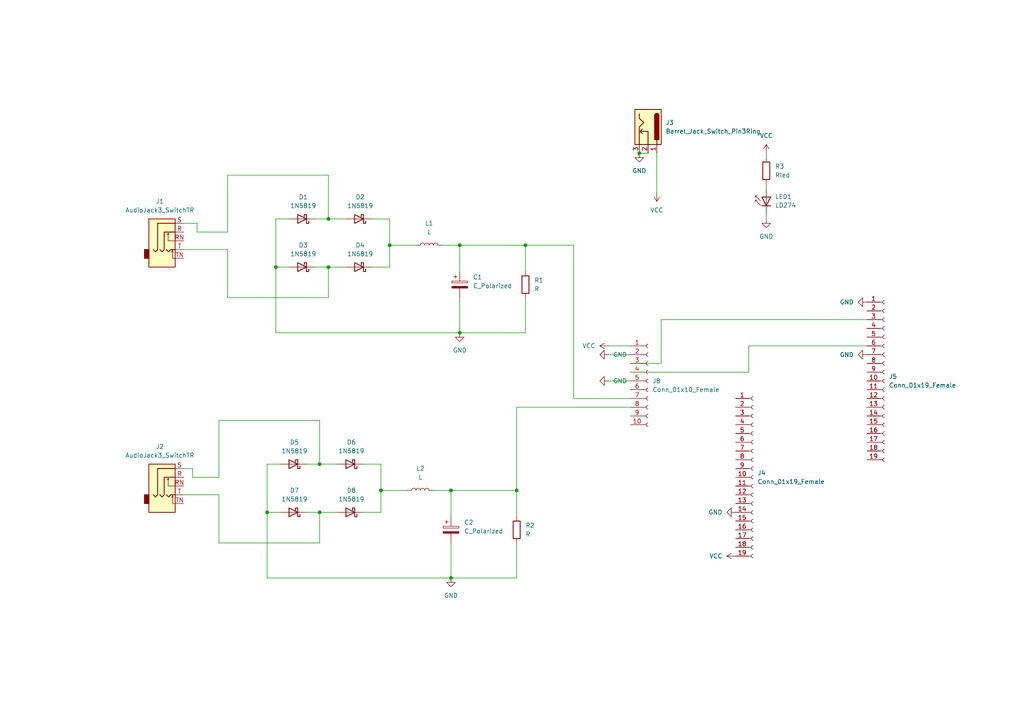
<source format=kicad_sch>
(kicad_sch (version 20211123) (generator eeschema)

  (uuid a49778e1-3b67-4c35-b628-8114f3776277)

  (paper "A4")

  (lib_symbols
    (symbol "Connector:AudioJack3_SwitchTR" (in_bom yes) (on_board yes)
      (property "Reference" "J" (id 0) (at 0 8.89 0)
        (effects (font (size 1.27 1.27)))
      )
      (property "Value" "AudioJack3_SwitchTR" (id 1) (at 0 6.35 0)
        (effects (font (size 1.27 1.27)))
      )
      (property "Footprint" "" (id 2) (at 0 0 0)
        (effects (font (size 1.27 1.27)) hide)
      )
      (property "Datasheet" "~" (id 3) (at 0 0 0)
        (effects (font (size 1.27 1.27)) hide)
      )
      (property "ki_keywords" "audio jack receptacle stereo headphones phones TRS connector" (id 4) (at 0 0 0)
        (effects (font (size 1.27 1.27)) hide)
      )
      (property "ki_description" "Audio Jack, 3 Poles (Stereo / TRS), Switched TR Poles (Normalling)" (id 5) (at 0 0 0)
        (effects (font (size 1.27 1.27)) hide)
      )
      (property "ki_fp_filters" "Jack*" (id 6) (at 0 0 0)
        (effects (font (size 1.27 1.27)) hide)
      )
      (symbol "AudioJack3_SwitchTR_0_1"
        (rectangle (start -5.08 -5.08) (end -6.35 -7.62)
          (stroke (width 0.254) (type default) (color 0 0 0 0))
          (fill (type outline))
        )
        (polyline
          (pts
            (xy 0.508 -0.254)
            (xy 0.762 -0.762)
          )
          (stroke (width 0) (type default) (color 0 0 0 0))
          (fill (type none))
        )
        (polyline
          (pts
            (xy 1.778 -5.334)
            (xy 2.032 -5.842)
          )
          (stroke (width 0) (type default) (color 0 0 0 0))
          (fill (type none))
        )
        (polyline
          (pts
            (xy 0 -5.08)
            (xy 0.635 -5.715)
            (xy 1.27 -5.08)
            (xy 2.54 -5.08)
          )
          (stroke (width 0.254) (type default) (color 0 0 0 0))
          (fill (type none))
        )
        (polyline
          (pts
            (xy 2.54 -7.62)
            (xy 1.778 -7.62)
            (xy 1.778 -5.334)
            (xy 1.524 -5.842)
          )
          (stroke (width 0) (type default) (color 0 0 0 0))
          (fill (type none))
        )
        (polyline
          (pts
            (xy 2.54 -2.54)
            (xy 0.508 -2.54)
            (xy 0.508 -0.254)
            (xy 0.254 -0.762)
          )
          (stroke (width 0) (type default) (color 0 0 0 0))
          (fill (type none))
        )
        (polyline
          (pts
            (xy -1.905 -5.08)
            (xy -1.27 -5.715)
            (xy -0.635 -5.08)
            (xy -0.635 0)
            (xy 2.54 0)
          )
          (stroke (width 0.254) (type default) (color 0 0 0 0))
          (fill (type none))
        )
        (polyline
          (pts
            (xy 2.54 2.54)
            (xy -2.54 2.54)
            (xy -2.54 -5.08)
            (xy -3.175 -5.715)
            (xy -3.81 -5.08)
          )
          (stroke (width 0.254) (type default) (color 0 0 0 0))
          (fill (type none))
        )
        (rectangle (start 2.54 3.81) (end -5.08 -10.16)
          (stroke (width 0.254) (type default) (color 0 0 0 0))
          (fill (type background))
        )
      )
      (symbol "AudioJack3_SwitchTR_1_1"
        (pin passive line (at 5.08 0 180) (length 2.54)
          (name "~" (effects (font (size 1.27 1.27))))
          (number "R" (effects (font (size 1.27 1.27))))
        )
        (pin passive line (at 5.08 -2.54 180) (length 2.54)
          (name "~" (effects (font (size 1.27 1.27))))
          (number "RN" (effects (font (size 1.27 1.27))))
        )
        (pin passive line (at 5.08 2.54 180) (length 2.54)
          (name "~" (effects (font (size 1.27 1.27))))
          (number "S" (effects (font (size 1.27 1.27))))
        )
        (pin passive line (at 5.08 -5.08 180) (length 2.54)
          (name "~" (effects (font (size 1.27 1.27))))
          (number "T" (effects (font (size 1.27 1.27))))
        )
        (pin passive line (at 5.08 -7.62 180) (length 2.54)
          (name "~" (effects (font (size 1.27 1.27))))
          (number "TN" (effects (font (size 1.27 1.27))))
        )
      )
    )
    (symbol "Connector:Barrel_Jack_Switch_Pin3Ring" (pin_names hide) (in_bom yes) (on_board yes)
      (property "Reference" "J" (id 0) (at 0 5.334 0)
        (effects (font (size 1.27 1.27)))
      )
      (property "Value" "Barrel_Jack_Switch_Pin3Ring" (id 1) (at 0 -5.08 0)
        (effects (font (size 1.27 1.27)))
      )
      (property "Footprint" "" (id 2) (at 1.27 -1.016 0)
        (effects (font (size 1.27 1.27)) hide)
      )
      (property "Datasheet" "~" (id 3) (at 1.27 -1.016 0)
        (effects (font (size 1.27 1.27)) hide)
      )
      (property "ki_keywords" "DC power barrel jack connector" (id 4) (at 0 0 0)
        (effects (font (size 1.27 1.27)) hide)
      )
      (property "ki_description" "DC Barrel Jack with an internal switch" (id 5) (at 0 0 0)
        (effects (font (size 1.27 1.27)) hide)
      )
      (property "ki_fp_filters" "BarrelJack*" (id 6) (at 0 0 0)
        (effects (font (size 1.27 1.27)) hide)
      )
      (symbol "Barrel_Jack_Switch_Pin3Ring_0_1"
        (rectangle (start -5.08 3.81) (end 5.08 -3.81)
          (stroke (width 0.254) (type default) (color 0 0 0 0))
          (fill (type background))
        )
        (arc (start -3.302 3.175) (mid -3.937 2.54) (end -3.302 1.905)
          (stroke (width 0.254) (type default) (color 0 0 0 0))
          (fill (type none))
        )
        (arc (start -3.302 3.175) (mid -3.937 2.54) (end -3.302 1.905)
          (stroke (width 0.254) (type default) (color 0 0 0 0))
          (fill (type outline))
        )
        (polyline
          (pts
            (xy 1.27 -2.286)
            (xy 1.905 -1.651)
          )
          (stroke (width 0.254) (type default) (color 0 0 0 0))
          (fill (type none))
        )
        (polyline
          (pts
            (xy 5.08 2.54)
            (xy 3.81 2.54)
          )
          (stroke (width 0.254) (type default) (color 0 0 0 0))
          (fill (type none))
        )
        (polyline
          (pts
            (xy 5.08 0)
            (xy 1.27 0)
            (xy 1.27 -2.286)
            (xy 0.635 -1.651)
          )
          (stroke (width 0.254) (type default) (color 0 0 0 0))
          (fill (type none))
        )
        (polyline
          (pts
            (xy -3.81 -2.54)
            (xy -2.54 -2.54)
            (xy -1.27 -1.27)
            (xy 0 -2.54)
            (xy 2.54 -2.54)
            (xy 5.08 -2.54)
          )
          (stroke (width 0.254) (type default) (color 0 0 0 0))
          (fill (type none))
        )
        (rectangle (start 3.683 3.175) (end -3.302 1.905)
          (stroke (width 0.254) (type default) (color 0 0 0 0))
          (fill (type outline))
        )
      )
      (symbol "Barrel_Jack_Switch_Pin3Ring_1_1"
        (pin passive line (at 7.62 2.54 180) (length 2.54)
          (name "~" (effects (font (size 1.27 1.27))))
          (number "1" (effects (font (size 1.27 1.27))))
        )
        (pin passive line (at 7.62 0 180) (length 2.54)
          (name "~" (effects (font (size 1.27 1.27))))
          (number "2" (effects (font (size 1.27 1.27))))
        )
        (pin passive line (at 7.62 -2.54 180) (length 2.54)
          (name "~" (effects (font (size 1.27 1.27))))
          (number "3" (effects (font (size 1.27 1.27))))
        )
      )
    )
    (symbol "Connector:Conn_01x10_Female" (pin_names (offset 1.016) hide) (in_bom yes) (on_board yes)
      (property "Reference" "J" (id 0) (at 0 12.7 0)
        (effects (font (size 1.27 1.27)))
      )
      (property "Value" "Conn_01x10_Female" (id 1) (at 0 -15.24 0)
        (effects (font (size 1.27 1.27)))
      )
      (property "Footprint" "" (id 2) (at 0 0 0)
        (effects (font (size 1.27 1.27)) hide)
      )
      (property "Datasheet" "~" (id 3) (at 0 0 0)
        (effects (font (size 1.27 1.27)) hide)
      )
      (property "ki_keywords" "connector" (id 4) (at 0 0 0)
        (effects (font (size 1.27 1.27)) hide)
      )
      (property "ki_description" "Generic connector, single row, 01x10, script generated (kicad-library-utils/schlib/autogen/connector/)" (id 5) (at 0 0 0)
        (effects (font (size 1.27 1.27)) hide)
      )
      (property "ki_fp_filters" "Connector*:*_1x??_*" (id 6) (at 0 0 0)
        (effects (font (size 1.27 1.27)) hide)
      )
      (symbol "Conn_01x10_Female_1_1"
        (arc (start 0 -12.192) (mid -0.508 -12.7) (end 0 -13.208)
          (stroke (width 0.1524) (type default) (color 0 0 0 0))
          (fill (type none))
        )
        (arc (start 0 -9.652) (mid -0.508 -10.16) (end 0 -10.668)
          (stroke (width 0.1524) (type default) (color 0 0 0 0))
          (fill (type none))
        )
        (arc (start 0 -7.112) (mid -0.508 -7.62) (end 0 -8.128)
          (stroke (width 0.1524) (type default) (color 0 0 0 0))
          (fill (type none))
        )
        (arc (start 0 -4.572) (mid -0.508 -5.08) (end 0 -5.588)
          (stroke (width 0.1524) (type default) (color 0 0 0 0))
          (fill (type none))
        )
        (arc (start 0 -2.032) (mid -0.508 -2.54) (end 0 -3.048)
          (stroke (width 0.1524) (type default) (color 0 0 0 0))
          (fill (type none))
        )
        (polyline
          (pts
            (xy -1.27 -12.7)
            (xy -0.508 -12.7)
          )
          (stroke (width 0.1524) (type default) (color 0 0 0 0))
          (fill (type none))
        )
        (polyline
          (pts
            (xy -1.27 -10.16)
            (xy -0.508 -10.16)
          )
          (stroke (width 0.1524) (type default) (color 0 0 0 0))
          (fill (type none))
        )
        (polyline
          (pts
            (xy -1.27 -7.62)
            (xy -0.508 -7.62)
          )
          (stroke (width 0.1524) (type default) (color 0 0 0 0))
          (fill (type none))
        )
        (polyline
          (pts
            (xy -1.27 -5.08)
            (xy -0.508 -5.08)
          )
          (stroke (width 0.1524) (type default) (color 0 0 0 0))
          (fill (type none))
        )
        (polyline
          (pts
            (xy -1.27 -2.54)
            (xy -0.508 -2.54)
          )
          (stroke (width 0.1524) (type default) (color 0 0 0 0))
          (fill (type none))
        )
        (polyline
          (pts
            (xy -1.27 0)
            (xy -0.508 0)
          )
          (stroke (width 0.1524) (type default) (color 0 0 0 0))
          (fill (type none))
        )
        (polyline
          (pts
            (xy -1.27 2.54)
            (xy -0.508 2.54)
          )
          (stroke (width 0.1524) (type default) (color 0 0 0 0))
          (fill (type none))
        )
        (polyline
          (pts
            (xy -1.27 5.08)
            (xy -0.508 5.08)
          )
          (stroke (width 0.1524) (type default) (color 0 0 0 0))
          (fill (type none))
        )
        (polyline
          (pts
            (xy -1.27 7.62)
            (xy -0.508 7.62)
          )
          (stroke (width 0.1524) (type default) (color 0 0 0 0))
          (fill (type none))
        )
        (polyline
          (pts
            (xy -1.27 10.16)
            (xy -0.508 10.16)
          )
          (stroke (width 0.1524) (type default) (color 0 0 0 0))
          (fill (type none))
        )
        (arc (start 0 0.508) (mid -0.508 0) (end 0 -0.508)
          (stroke (width 0.1524) (type default) (color 0 0 0 0))
          (fill (type none))
        )
        (arc (start 0 3.048) (mid -0.508 2.54) (end 0 2.032)
          (stroke (width 0.1524) (type default) (color 0 0 0 0))
          (fill (type none))
        )
        (arc (start 0 5.588) (mid -0.508 5.08) (end 0 4.572)
          (stroke (width 0.1524) (type default) (color 0 0 0 0))
          (fill (type none))
        )
        (arc (start 0 8.128) (mid -0.508 7.62) (end 0 7.112)
          (stroke (width 0.1524) (type default) (color 0 0 0 0))
          (fill (type none))
        )
        (arc (start 0 10.668) (mid -0.508 10.16) (end 0 9.652)
          (stroke (width 0.1524) (type default) (color 0 0 0 0))
          (fill (type none))
        )
        (pin passive line (at -5.08 10.16 0) (length 3.81)
          (name "Pin_1" (effects (font (size 1.27 1.27))))
          (number "1" (effects (font (size 1.27 1.27))))
        )
        (pin passive line (at -5.08 -12.7 0) (length 3.81)
          (name "Pin_10" (effects (font (size 1.27 1.27))))
          (number "10" (effects (font (size 1.27 1.27))))
        )
        (pin passive line (at -5.08 7.62 0) (length 3.81)
          (name "Pin_2" (effects (font (size 1.27 1.27))))
          (number "2" (effects (font (size 1.27 1.27))))
        )
        (pin passive line (at -5.08 5.08 0) (length 3.81)
          (name "Pin_3" (effects (font (size 1.27 1.27))))
          (number "3" (effects (font (size 1.27 1.27))))
        )
        (pin passive line (at -5.08 2.54 0) (length 3.81)
          (name "Pin_4" (effects (font (size 1.27 1.27))))
          (number "4" (effects (font (size 1.27 1.27))))
        )
        (pin passive line (at -5.08 0 0) (length 3.81)
          (name "Pin_5" (effects (font (size 1.27 1.27))))
          (number "5" (effects (font (size 1.27 1.27))))
        )
        (pin passive line (at -5.08 -2.54 0) (length 3.81)
          (name "Pin_6" (effects (font (size 1.27 1.27))))
          (number "6" (effects (font (size 1.27 1.27))))
        )
        (pin passive line (at -5.08 -5.08 0) (length 3.81)
          (name "Pin_7" (effects (font (size 1.27 1.27))))
          (number "7" (effects (font (size 1.27 1.27))))
        )
        (pin passive line (at -5.08 -7.62 0) (length 3.81)
          (name "Pin_8" (effects (font (size 1.27 1.27))))
          (number "8" (effects (font (size 1.27 1.27))))
        )
        (pin passive line (at -5.08 -10.16 0) (length 3.81)
          (name "Pin_9" (effects (font (size 1.27 1.27))))
          (number "9" (effects (font (size 1.27 1.27))))
        )
      )
    )
    (symbol "Connector:Conn_01x19_Female" (pin_names (offset 1.016) hide) (in_bom yes) (on_board yes)
      (property "Reference" "J" (id 0) (at 0 25.4 0)
        (effects (font (size 1.27 1.27)))
      )
      (property "Value" "Conn_01x19_Female" (id 1) (at 0 -25.4 0)
        (effects (font (size 1.27 1.27)))
      )
      (property "Footprint" "" (id 2) (at 0 0 0)
        (effects (font (size 1.27 1.27)) hide)
      )
      (property "Datasheet" "~" (id 3) (at 0 0 0)
        (effects (font (size 1.27 1.27)) hide)
      )
      (property "ki_keywords" "connector" (id 4) (at 0 0 0)
        (effects (font (size 1.27 1.27)) hide)
      )
      (property "ki_description" "Generic connector, single row, 01x19, script generated (kicad-library-utils/schlib/autogen/connector/)" (id 5) (at 0 0 0)
        (effects (font (size 1.27 1.27)) hide)
      )
      (property "ki_fp_filters" "Connector*:*_1x??_*" (id 6) (at 0 0 0)
        (effects (font (size 1.27 1.27)) hide)
      )
      (symbol "Conn_01x19_Female_1_1"
        (arc (start 0 -22.352) (mid -0.508 -22.86) (end 0 -23.368)
          (stroke (width 0.1524) (type default) (color 0 0 0 0))
          (fill (type none))
        )
        (arc (start 0 -19.812) (mid -0.508 -20.32) (end 0 -20.828)
          (stroke (width 0.1524) (type default) (color 0 0 0 0))
          (fill (type none))
        )
        (arc (start 0 -17.272) (mid -0.508 -17.78) (end 0 -18.288)
          (stroke (width 0.1524) (type default) (color 0 0 0 0))
          (fill (type none))
        )
        (arc (start 0 -14.732) (mid -0.508 -15.24) (end 0 -15.748)
          (stroke (width 0.1524) (type default) (color 0 0 0 0))
          (fill (type none))
        )
        (arc (start 0 -12.192) (mid -0.508 -12.7) (end 0 -13.208)
          (stroke (width 0.1524) (type default) (color 0 0 0 0))
          (fill (type none))
        )
        (arc (start 0 -9.652) (mid -0.508 -10.16) (end 0 -10.668)
          (stroke (width 0.1524) (type default) (color 0 0 0 0))
          (fill (type none))
        )
        (arc (start 0 -7.112) (mid -0.508 -7.62) (end 0 -8.128)
          (stroke (width 0.1524) (type default) (color 0 0 0 0))
          (fill (type none))
        )
        (arc (start 0 -4.572) (mid -0.508 -5.08) (end 0 -5.588)
          (stroke (width 0.1524) (type default) (color 0 0 0 0))
          (fill (type none))
        )
        (arc (start 0 -2.032) (mid -0.508 -2.54) (end 0 -3.048)
          (stroke (width 0.1524) (type default) (color 0 0 0 0))
          (fill (type none))
        )
        (polyline
          (pts
            (xy -1.27 -22.86)
            (xy -0.508 -22.86)
          )
          (stroke (width 0.1524) (type default) (color 0 0 0 0))
          (fill (type none))
        )
        (polyline
          (pts
            (xy -1.27 -20.32)
            (xy -0.508 -20.32)
          )
          (stroke (width 0.1524) (type default) (color 0 0 0 0))
          (fill (type none))
        )
        (polyline
          (pts
            (xy -1.27 -17.78)
            (xy -0.508 -17.78)
          )
          (stroke (width 0.1524) (type default) (color 0 0 0 0))
          (fill (type none))
        )
        (polyline
          (pts
            (xy -1.27 -15.24)
            (xy -0.508 -15.24)
          )
          (stroke (width 0.1524) (type default) (color 0 0 0 0))
          (fill (type none))
        )
        (polyline
          (pts
            (xy -1.27 -12.7)
            (xy -0.508 -12.7)
          )
          (stroke (width 0.1524) (type default) (color 0 0 0 0))
          (fill (type none))
        )
        (polyline
          (pts
            (xy -1.27 -10.16)
            (xy -0.508 -10.16)
          )
          (stroke (width 0.1524) (type default) (color 0 0 0 0))
          (fill (type none))
        )
        (polyline
          (pts
            (xy -1.27 -7.62)
            (xy -0.508 -7.62)
          )
          (stroke (width 0.1524) (type default) (color 0 0 0 0))
          (fill (type none))
        )
        (polyline
          (pts
            (xy -1.27 -5.08)
            (xy -0.508 -5.08)
          )
          (stroke (width 0.1524) (type default) (color 0 0 0 0))
          (fill (type none))
        )
        (polyline
          (pts
            (xy -1.27 -2.54)
            (xy -0.508 -2.54)
          )
          (stroke (width 0.1524) (type default) (color 0 0 0 0))
          (fill (type none))
        )
        (polyline
          (pts
            (xy -1.27 0)
            (xy -0.508 0)
          )
          (stroke (width 0.1524) (type default) (color 0 0 0 0))
          (fill (type none))
        )
        (polyline
          (pts
            (xy -1.27 2.54)
            (xy -0.508 2.54)
          )
          (stroke (width 0.1524) (type default) (color 0 0 0 0))
          (fill (type none))
        )
        (polyline
          (pts
            (xy -1.27 5.08)
            (xy -0.508 5.08)
          )
          (stroke (width 0.1524) (type default) (color 0 0 0 0))
          (fill (type none))
        )
        (polyline
          (pts
            (xy -1.27 7.62)
            (xy -0.508 7.62)
          )
          (stroke (width 0.1524) (type default) (color 0 0 0 0))
          (fill (type none))
        )
        (polyline
          (pts
            (xy -1.27 10.16)
            (xy -0.508 10.16)
          )
          (stroke (width 0.1524) (type default) (color 0 0 0 0))
          (fill (type none))
        )
        (polyline
          (pts
            (xy -1.27 12.7)
            (xy -0.508 12.7)
          )
          (stroke (width 0.1524) (type default) (color 0 0 0 0))
          (fill (type none))
        )
        (polyline
          (pts
            (xy -1.27 15.24)
            (xy -0.508 15.24)
          )
          (stroke (width 0.1524) (type default) (color 0 0 0 0))
          (fill (type none))
        )
        (polyline
          (pts
            (xy -1.27 17.78)
            (xy -0.508 17.78)
          )
          (stroke (width 0.1524) (type default) (color 0 0 0 0))
          (fill (type none))
        )
        (polyline
          (pts
            (xy -1.27 20.32)
            (xy -0.508 20.32)
          )
          (stroke (width 0.1524) (type default) (color 0 0 0 0))
          (fill (type none))
        )
        (polyline
          (pts
            (xy -1.27 22.86)
            (xy -0.508 22.86)
          )
          (stroke (width 0.1524) (type default) (color 0 0 0 0))
          (fill (type none))
        )
        (arc (start 0 0.508) (mid -0.508 0) (end 0 -0.508)
          (stroke (width 0.1524) (type default) (color 0 0 0 0))
          (fill (type none))
        )
        (arc (start 0 3.048) (mid -0.508 2.54) (end 0 2.032)
          (stroke (width 0.1524) (type default) (color 0 0 0 0))
          (fill (type none))
        )
        (arc (start 0 5.588) (mid -0.508 5.08) (end 0 4.572)
          (stroke (width 0.1524) (type default) (color 0 0 0 0))
          (fill (type none))
        )
        (arc (start 0 8.128) (mid -0.508 7.62) (end 0 7.112)
          (stroke (width 0.1524) (type default) (color 0 0 0 0))
          (fill (type none))
        )
        (arc (start 0 10.668) (mid -0.508 10.16) (end 0 9.652)
          (stroke (width 0.1524) (type default) (color 0 0 0 0))
          (fill (type none))
        )
        (arc (start 0 13.208) (mid -0.508 12.7) (end 0 12.192)
          (stroke (width 0.1524) (type default) (color 0 0 0 0))
          (fill (type none))
        )
        (arc (start 0 15.748) (mid -0.508 15.24) (end 0 14.732)
          (stroke (width 0.1524) (type default) (color 0 0 0 0))
          (fill (type none))
        )
        (arc (start 0 18.288) (mid -0.508 17.78) (end 0 17.272)
          (stroke (width 0.1524) (type default) (color 0 0 0 0))
          (fill (type none))
        )
        (arc (start 0 20.828) (mid -0.508 20.32) (end 0 19.812)
          (stroke (width 0.1524) (type default) (color 0 0 0 0))
          (fill (type none))
        )
        (arc (start 0 23.368) (mid -0.508 22.86) (end 0 22.352)
          (stroke (width 0.1524) (type default) (color 0 0 0 0))
          (fill (type none))
        )
        (pin passive line (at -5.08 22.86 0) (length 3.81)
          (name "Pin_1" (effects (font (size 1.27 1.27))))
          (number "1" (effects (font (size 1.27 1.27))))
        )
        (pin passive line (at -5.08 0 0) (length 3.81)
          (name "Pin_10" (effects (font (size 1.27 1.27))))
          (number "10" (effects (font (size 1.27 1.27))))
        )
        (pin passive line (at -5.08 -2.54 0) (length 3.81)
          (name "Pin_11" (effects (font (size 1.27 1.27))))
          (number "11" (effects (font (size 1.27 1.27))))
        )
        (pin passive line (at -5.08 -5.08 0) (length 3.81)
          (name "Pin_12" (effects (font (size 1.27 1.27))))
          (number "12" (effects (font (size 1.27 1.27))))
        )
        (pin passive line (at -5.08 -7.62 0) (length 3.81)
          (name "Pin_13" (effects (font (size 1.27 1.27))))
          (number "13" (effects (font (size 1.27 1.27))))
        )
        (pin passive line (at -5.08 -10.16 0) (length 3.81)
          (name "Pin_14" (effects (font (size 1.27 1.27))))
          (number "14" (effects (font (size 1.27 1.27))))
        )
        (pin passive line (at -5.08 -12.7 0) (length 3.81)
          (name "Pin_15" (effects (font (size 1.27 1.27))))
          (number "15" (effects (font (size 1.27 1.27))))
        )
        (pin passive line (at -5.08 -15.24 0) (length 3.81)
          (name "Pin_16" (effects (font (size 1.27 1.27))))
          (number "16" (effects (font (size 1.27 1.27))))
        )
        (pin passive line (at -5.08 -17.78 0) (length 3.81)
          (name "Pin_17" (effects (font (size 1.27 1.27))))
          (number "17" (effects (font (size 1.27 1.27))))
        )
        (pin passive line (at -5.08 -20.32 0) (length 3.81)
          (name "Pin_18" (effects (font (size 1.27 1.27))))
          (number "18" (effects (font (size 1.27 1.27))))
        )
        (pin passive line (at -5.08 -22.86 0) (length 3.81)
          (name "Pin_19" (effects (font (size 1.27 1.27))))
          (number "19" (effects (font (size 1.27 1.27))))
        )
        (pin passive line (at -5.08 20.32 0) (length 3.81)
          (name "Pin_2" (effects (font (size 1.27 1.27))))
          (number "2" (effects (font (size 1.27 1.27))))
        )
        (pin passive line (at -5.08 17.78 0) (length 3.81)
          (name "Pin_3" (effects (font (size 1.27 1.27))))
          (number "3" (effects (font (size 1.27 1.27))))
        )
        (pin passive line (at -5.08 15.24 0) (length 3.81)
          (name "Pin_4" (effects (font (size 1.27 1.27))))
          (number "4" (effects (font (size 1.27 1.27))))
        )
        (pin passive line (at -5.08 12.7 0) (length 3.81)
          (name "Pin_5" (effects (font (size 1.27 1.27))))
          (number "5" (effects (font (size 1.27 1.27))))
        )
        (pin passive line (at -5.08 10.16 0) (length 3.81)
          (name "Pin_6" (effects (font (size 1.27 1.27))))
          (number "6" (effects (font (size 1.27 1.27))))
        )
        (pin passive line (at -5.08 7.62 0) (length 3.81)
          (name "Pin_7" (effects (font (size 1.27 1.27))))
          (number "7" (effects (font (size 1.27 1.27))))
        )
        (pin passive line (at -5.08 5.08 0) (length 3.81)
          (name "Pin_8" (effects (font (size 1.27 1.27))))
          (number "8" (effects (font (size 1.27 1.27))))
        )
        (pin passive line (at -5.08 2.54 0) (length 3.81)
          (name "Pin_9" (effects (font (size 1.27 1.27))))
          (number "9" (effects (font (size 1.27 1.27))))
        )
      )
    )
    (symbol "Device:C_Polarized" (pin_numbers hide) (pin_names (offset 0.254)) (in_bom yes) (on_board yes)
      (property "Reference" "C" (id 0) (at 0.635 2.54 0)
        (effects (font (size 1.27 1.27)) (justify left))
      )
      (property "Value" "C_Polarized" (id 1) (at 0.635 -2.54 0)
        (effects (font (size 1.27 1.27)) (justify left))
      )
      (property "Footprint" "" (id 2) (at 0.9652 -3.81 0)
        (effects (font (size 1.27 1.27)) hide)
      )
      (property "Datasheet" "~" (id 3) (at 0 0 0)
        (effects (font (size 1.27 1.27)) hide)
      )
      (property "ki_keywords" "cap capacitor" (id 4) (at 0 0 0)
        (effects (font (size 1.27 1.27)) hide)
      )
      (property "ki_description" "Polarized capacitor" (id 5) (at 0 0 0)
        (effects (font (size 1.27 1.27)) hide)
      )
      (property "ki_fp_filters" "CP_*" (id 6) (at 0 0 0)
        (effects (font (size 1.27 1.27)) hide)
      )
      (symbol "C_Polarized_0_1"
        (rectangle (start -2.286 0.508) (end 2.286 1.016)
          (stroke (width 0) (type default) (color 0 0 0 0))
          (fill (type none))
        )
        (polyline
          (pts
            (xy -1.778 2.286)
            (xy -0.762 2.286)
          )
          (stroke (width 0) (type default) (color 0 0 0 0))
          (fill (type none))
        )
        (polyline
          (pts
            (xy -1.27 2.794)
            (xy -1.27 1.778)
          )
          (stroke (width 0) (type default) (color 0 0 0 0))
          (fill (type none))
        )
        (rectangle (start 2.286 -0.508) (end -2.286 -1.016)
          (stroke (width 0) (type default) (color 0 0 0 0))
          (fill (type outline))
        )
      )
      (symbol "C_Polarized_1_1"
        (pin passive line (at 0 3.81 270) (length 2.794)
          (name "~" (effects (font (size 1.27 1.27))))
          (number "1" (effects (font (size 1.27 1.27))))
        )
        (pin passive line (at 0 -3.81 90) (length 2.794)
          (name "~" (effects (font (size 1.27 1.27))))
          (number "2" (effects (font (size 1.27 1.27))))
        )
      )
    )
    (symbol "Device:L" (pin_numbers hide) (pin_names (offset 1.016) hide) (in_bom yes) (on_board yes)
      (property "Reference" "L" (id 0) (at -1.27 0 90)
        (effects (font (size 1.27 1.27)))
      )
      (property "Value" "L" (id 1) (at 1.905 0 90)
        (effects (font (size 1.27 1.27)))
      )
      (property "Footprint" "" (id 2) (at 0 0 0)
        (effects (font (size 1.27 1.27)) hide)
      )
      (property "Datasheet" "~" (id 3) (at 0 0 0)
        (effects (font (size 1.27 1.27)) hide)
      )
      (property "ki_keywords" "inductor choke coil reactor magnetic" (id 4) (at 0 0 0)
        (effects (font (size 1.27 1.27)) hide)
      )
      (property "ki_description" "Inductor" (id 5) (at 0 0 0)
        (effects (font (size 1.27 1.27)) hide)
      )
      (property "ki_fp_filters" "Choke_* *Coil* Inductor_* L_*" (id 6) (at 0 0 0)
        (effects (font (size 1.27 1.27)) hide)
      )
      (symbol "L_0_1"
        (arc (start 0 -2.54) (mid 0.635 -1.905) (end 0 -1.27)
          (stroke (width 0) (type default) (color 0 0 0 0))
          (fill (type none))
        )
        (arc (start 0 -1.27) (mid 0.635 -0.635) (end 0 0)
          (stroke (width 0) (type default) (color 0 0 0 0))
          (fill (type none))
        )
        (arc (start 0 0) (mid 0.635 0.635) (end 0 1.27)
          (stroke (width 0) (type default) (color 0 0 0 0))
          (fill (type none))
        )
        (arc (start 0 1.27) (mid 0.635 1.905) (end 0 2.54)
          (stroke (width 0) (type default) (color 0 0 0 0))
          (fill (type none))
        )
      )
      (symbol "L_1_1"
        (pin passive line (at 0 3.81 270) (length 1.27)
          (name "1" (effects (font (size 1.27 1.27))))
          (number "1" (effects (font (size 1.27 1.27))))
        )
        (pin passive line (at 0 -3.81 90) (length 1.27)
          (name "2" (effects (font (size 1.27 1.27))))
          (number "2" (effects (font (size 1.27 1.27))))
        )
      )
    )
    (symbol "Device:R" (pin_numbers hide) (pin_names (offset 0)) (in_bom yes) (on_board yes)
      (property "Reference" "R" (id 0) (at 2.032 0 90)
        (effects (font (size 1.27 1.27)))
      )
      (property "Value" "R" (id 1) (at 0 0 90)
        (effects (font (size 1.27 1.27)))
      )
      (property "Footprint" "" (id 2) (at -1.778 0 90)
        (effects (font (size 1.27 1.27)) hide)
      )
      (property "Datasheet" "~" (id 3) (at 0 0 0)
        (effects (font (size 1.27 1.27)) hide)
      )
      (property "ki_keywords" "R res resistor" (id 4) (at 0 0 0)
        (effects (font (size 1.27 1.27)) hide)
      )
      (property "ki_description" "Resistor" (id 5) (at 0 0 0)
        (effects (font (size 1.27 1.27)) hide)
      )
      (property "ki_fp_filters" "R_*" (id 6) (at 0 0 0)
        (effects (font (size 1.27 1.27)) hide)
      )
      (symbol "R_0_1"
        (rectangle (start -1.016 -2.54) (end 1.016 2.54)
          (stroke (width 0.254) (type default) (color 0 0 0 0))
          (fill (type none))
        )
      )
      (symbol "R_1_1"
        (pin passive line (at 0 3.81 270) (length 1.27)
          (name "~" (effects (font (size 1.27 1.27))))
          (number "1" (effects (font (size 1.27 1.27))))
        )
        (pin passive line (at 0 -3.81 90) (length 1.27)
          (name "~" (effects (font (size 1.27 1.27))))
          (number "2" (effects (font (size 1.27 1.27))))
        )
      )
    )
    (symbol "Diode:1N5819" (pin_numbers hide) (pin_names (offset 1.016) hide) (in_bom yes) (on_board yes)
      (property "Reference" "D" (id 0) (at 0 2.54 0)
        (effects (font (size 1.27 1.27)))
      )
      (property "Value" "1N5819" (id 1) (at 0 -2.54 0)
        (effects (font (size 1.27 1.27)))
      )
      (property "Footprint" "Diode_THT:D_DO-41_SOD81_P10.16mm_Horizontal" (id 2) (at 0 -4.445 0)
        (effects (font (size 1.27 1.27)) hide)
      )
      (property "Datasheet" "http://www.vishay.com/docs/88525/1n5817.pdf" (id 3) (at 0 0 0)
        (effects (font (size 1.27 1.27)) hide)
      )
      (property "ki_keywords" "diode Schottky" (id 4) (at 0 0 0)
        (effects (font (size 1.27 1.27)) hide)
      )
      (property "ki_description" "40V 1A Schottky Barrier Rectifier Diode, DO-41" (id 5) (at 0 0 0)
        (effects (font (size 1.27 1.27)) hide)
      )
      (property "ki_fp_filters" "D*DO?41*" (id 6) (at 0 0 0)
        (effects (font (size 1.27 1.27)) hide)
      )
      (symbol "1N5819_0_1"
        (polyline
          (pts
            (xy 1.27 0)
            (xy -1.27 0)
          )
          (stroke (width 0) (type default) (color 0 0 0 0))
          (fill (type none))
        )
        (polyline
          (pts
            (xy 1.27 1.27)
            (xy 1.27 -1.27)
            (xy -1.27 0)
            (xy 1.27 1.27)
          )
          (stroke (width 0.254) (type default) (color 0 0 0 0))
          (fill (type none))
        )
        (polyline
          (pts
            (xy -1.905 0.635)
            (xy -1.905 1.27)
            (xy -1.27 1.27)
            (xy -1.27 -1.27)
            (xy -0.635 -1.27)
            (xy -0.635 -0.635)
          )
          (stroke (width 0.254) (type default) (color 0 0 0 0))
          (fill (type none))
        )
      )
      (symbol "1N5819_1_1"
        (pin passive line (at -3.81 0 0) (length 2.54)
          (name "K" (effects (font (size 1.27 1.27))))
          (number "1" (effects (font (size 1.27 1.27))))
        )
        (pin passive line (at 3.81 0 180) (length 2.54)
          (name "A" (effects (font (size 1.27 1.27))))
          (number "2" (effects (font (size 1.27 1.27))))
        )
      )
    )
    (symbol "LED:LD274" (pin_numbers hide) (pin_names (offset 1.016) hide) (in_bom yes) (on_board yes)
      (property "Reference" "D" (id 0) (at 0.508 1.778 0)
        (effects (font (size 1.27 1.27)) (justify left))
      )
      (property "Value" "LD274" (id 1) (at -1.016 -2.794 0)
        (effects (font (size 1.27 1.27)))
      )
      (property "Footprint" "LED_THT:LED_D5.0mm_IRGrey" (id 2) (at 0 4.445 0)
        (effects (font (size 1.27 1.27)) hide)
      )
      (property "Datasheet" "http://pdf.datasheetcatalog.com/datasheet/siemens/LD274.pdf" (id 3) (at -1.27 0 0)
        (effects (font (size 1.27 1.27)) hide)
      )
      (property "ki_keywords" "IR LED" (id 4) (at 0 0 0)
        (effects (font (size 1.27 1.27)) hide)
      )
      (property "ki_description" "950nm IR-LED, 5mm" (id 5) (at 0 0 0)
        (effects (font (size 1.27 1.27)) hide)
      )
      (property "ki_fp_filters" "LED*5.0mm*IRGrey*" (id 6) (at 0 0 0)
        (effects (font (size 1.27 1.27)) hide)
      )
      (symbol "LD274_0_1"
        (polyline
          (pts
            (xy -2.54 1.27)
            (xy -2.54 -1.27)
          )
          (stroke (width 0.254) (type default) (color 0 0 0 0))
          (fill (type none))
        )
        (polyline
          (pts
            (xy 0 0)
            (xy -2.54 0)
          )
          (stroke (width 0) (type default) (color 0 0 0 0))
          (fill (type none))
        )
        (polyline
          (pts
            (xy 0.381 3.175)
            (xy -0.127 3.175)
          )
          (stroke (width 0) (type default) (color 0 0 0 0))
          (fill (type none))
        )
        (polyline
          (pts
            (xy -1.143 1.651)
            (xy 0.381 3.175)
            (xy 0.381 2.667)
          )
          (stroke (width 0) (type default) (color 0 0 0 0))
          (fill (type none))
        )
        (polyline
          (pts
            (xy 0 -1.27)
            (xy -2.54 0)
            (xy 0 1.27)
            (xy 0 -1.27)
          )
          (stroke (width 0.254) (type default) (color 0 0 0 0))
          (fill (type none))
        )
        (polyline
          (pts
            (xy -2.413 1.651)
            (xy -0.889 3.175)
            (xy -0.889 2.667)
            (xy -0.889 3.175)
            (xy -1.397 3.175)
          )
          (stroke (width 0) (type default) (color 0 0 0 0))
          (fill (type none))
        )
      )
      (symbol "LD274_1_1"
        (pin passive line (at -5.08 0 0) (length 2.54)
          (name "K" (effects (font (size 1.27 1.27))))
          (number "1" (effects (font (size 1.27 1.27))))
        )
        (pin passive line (at 2.54 0 180) (length 2.54)
          (name "A" (effects (font (size 1.27 1.27))))
          (number "2" (effects (font (size 1.27 1.27))))
        )
      )
    )
    (symbol "power:GND" (power) (pin_names (offset 0)) (in_bom yes) (on_board yes)
      (property "Reference" "#PWR" (id 0) (at 0 -6.35 0)
        (effects (font (size 1.27 1.27)) hide)
      )
      (property "Value" "GND" (id 1) (at 0 -3.81 0)
        (effects (font (size 1.27 1.27)))
      )
      (property "Footprint" "" (id 2) (at 0 0 0)
        (effects (font (size 1.27 1.27)) hide)
      )
      (property "Datasheet" "" (id 3) (at 0 0 0)
        (effects (font (size 1.27 1.27)) hide)
      )
      (property "ki_keywords" "power-flag" (id 4) (at 0 0 0)
        (effects (font (size 1.27 1.27)) hide)
      )
      (property "ki_description" "Power symbol creates a global label with name \"GND\" , ground" (id 5) (at 0 0 0)
        (effects (font (size 1.27 1.27)) hide)
      )
      (symbol "GND_0_1"
        (polyline
          (pts
            (xy 0 0)
            (xy 0 -1.27)
            (xy 1.27 -1.27)
            (xy 0 -2.54)
            (xy -1.27 -1.27)
            (xy 0 -1.27)
          )
          (stroke (width 0) (type default) (color 0 0 0 0))
          (fill (type none))
        )
      )
      (symbol "GND_1_1"
        (pin power_in line (at 0 0 270) (length 0) hide
          (name "GND" (effects (font (size 1.27 1.27))))
          (number "1" (effects (font (size 1.27 1.27))))
        )
      )
    )
    (symbol "power:VCC" (power) (pin_names (offset 0)) (in_bom yes) (on_board yes)
      (property "Reference" "#PWR" (id 0) (at 0 -3.81 0)
        (effects (font (size 1.27 1.27)) hide)
      )
      (property "Value" "VCC" (id 1) (at 0 3.81 0)
        (effects (font (size 1.27 1.27)))
      )
      (property "Footprint" "" (id 2) (at 0 0 0)
        (effects (font (size 1.27 1.27)) hide)
      )
      (property "Datasheet" "" (id 3) (at 0 0 0)
        (effects (font (size 1.27 1.27)) hide)
      )
      (property "ki_keywords" "power-flag" (id 4) (at 0 0 0)
        (effects (font (size 1.27 1.27)) hide)
      )
      (property "ki_description" "Power symbol creates a global label with name \"VCC\"" (id 5) (at 0 0 0)
        (effects (font (size 1.27 1.27)) hide)
      )
      (symbol "VCC_0_1"
        (polyline
          (pts
            (xy -0.762 1.27)
            (xy 0 2.54)
          )
          (stroke (width 0) (type default) (color 0 0 0 0))
          (fill (type none))
        )
        (polyline
          (pts
            (xy 0 0)
            (xy 0 2.54)
          )
          (stroke (width 0) (type default) (color 0 0 0 0))
          (fill (type none))
        )
        (polyline
          (pts
            (xy 0 2.54)
            (xy 0.762 1.27)
          )
          (stroke (width 0) (type default) (color 0 0 0 0))
          (fill (type none))
        )
      )
      (symbol "VCC_1_1"
        (pin power_in line (at 0 0 90) (length 0) hide
          (name "VCC" (effects (font (size 1.27 1.27))))
          (number "1" (effects (font (size 1.27 1.27))))
        )
      )
    )
  )

  (junction (at 80.01 77.47) (diameter 0) (color 0 0 0 0)
    (uuid 04454ffc-be61-495a-bd5c-19e222d8f495)
  )
  (junction (at 92.71 134.62) (diameter 0) (color 0 0 0 0)
    (uuid 12f94dae-f278-473d-b4a9-e9fbe0fc3dfb)
  )
  (junction (at 133.35 96.52) (diameter 0) (color 0 0 0 0)
    (uuid 20faac32-8dce-4667-b434-f69de4363dd7)
  )
  (junction (at 92.71 148.59) (diameter 0) (color 0 0 0 0)
    (uuid 28d76519-9db1-4dcd-894a-4ef83d6002d9)
  )
  (junction (at 95.25 77.47) (diameter 0) (color 0 0 0 0)
    (uuid 41edb966-1b26-4a7f-982c-19ae0b35096d)
  )
  (junction (at 95.25 63.5) (diameter 0) (color 0 0 0 0)
    (uuid 4c8ba176-7f8a-499d-8299-4dc42385b8ef)
  )
  (junction (at 77.47 148.59) (diameter 0) (color 0 0 0 0)
    (uuid 54863fb4-6276-4c8b-9a00-bb2d30daec08)
  )
  (junction (at 113.03 71.12) (diameter 0) (color 0 0 0 0)
    (uuid 61cf0f39-8baa-49da-83aa-60f5aa32526c)
  )
  (junction (at 185.42 44.45) (diameter 0) (color 0 0 0 0)
    (uuid 6f6a732c-e693-46d6-bea2-417a4a788fc5)
  )
  (junction (at 152.4 71.12) (diameter 0) (color 0 0 0 0)
    (uuid 7fb9763b-406a-4bd9-8f6e-454677c65159)
  )
  (junction (at 110.49 142.24) (diameter 0) (color 0 0 0 0)
    (uuid 9becfef7-8686-4c8d-a693-ddd6af4e5db8)
  )
  (junction (at 130.81 142.24) (diameter 0) (color 0 0 0 0)
    (uuid 9d736cb7-0633-4951-9d4b-c82d5bce93e5)
  )
  (junction (at 149.86 142.24) (diameter 0) (color 0 0 0 0)
    (uuid b4648967-ef50-4b4c-88be-3408f8726878)
  )
  (junction (at 133.35 71.12) (diameter 0) (color 0 0 0 0)
    (uuid cb7c8462-ae6b-4598-8440-8ab750b80d72)
  )
  (junction (at 130.81 167.64) (diameter 0) (color 0 0 0 0)
    (uuid f12964ec-e525-4759-b30e-0653dd87a986)
  )

  (wire (pts (xy 80.01 96.52) (xy 80.01 77.47))
    (stroke (width 0) (type default) (color 0 0 0 0))
    (uuid 00d7b30e-acee-4bf6-8f52-ae3ffa587bdf)
  )
  (wire (pts (xy 91.44 77.47) (xy 95.25 77.47))
    (stroke (width 0) (type default) (color 0 0 0 0))
    (uuid 0369eeca-5245-4d4a-ae75-7c554ab0148c)
  )
  (wire (pts (xy 190.5 44.45) (xy 190.5 55.88))
    (stroke (width 0) (type default) (color 0 0 0 0))
    (uuid 03d59b11-d8c6-4325-b5e5-04b1430e1c2c)
  )
  (wire (pts (xy 128.27 71.12) (xy 133.35 71.12))
    (stroke (width 0) (type default) (color 0 0 0 0))
    (uuid 0bb059d5-b54a-4c09-bfd0-eadafd027985)
  )
  (wire (pts (xy 110.49 134.62) (xy 105.41 134.62))
    (stroke (width 0) (type default) (color 0 0 0 0))
    (uuid 1b14a4ff-7890-4b19-96e7-eb428da7c139)
  )
  (wire (pts (xy 187.96 44.45) (xy 185.42 44.45))
    (stroke (width 0) (type default) (color 0 0 0 0))
    (uuid 1b69ad27-c099-48dd-806e-88d432d20439)
  )
  (wire (pts (xy 80.01 77.47) (xy 83.82 77.47))
    (stroke (width 0) (type default) (color 0 0 0 0))
    (uuid 1d080a4d-cd6f-4018-ad3a-3d49972c6b88)
  )
  (wire (pts (xy 66.04 67.31) (xy 57.15 67.31))
    (stroke (width 0) (type default) (color 0 0 0 0))
    (uuid 1efd3b18-3ee8-42e8-87a6-1d3624e8e1e6)
  )
  (wire (pts (xy 191.77 105.41) (xy 182.88 105.41))
    (stroke (width 0) (type default) (color 0 0 0 0))
    (uuid 1f7653a9-7d0d-475f-b9c0-3a7d0cfd135f)
  )
  (wire (pts (xy 182.88 102.87) (xy 176.53 102.87))
    (stroke (width 0) (type default) (color 0 0 0 0))
    (uuid 2a72480f-fd58-4b3a-a865-317093724ede)
  )
  (wire (pts (xy 63.5 121.92) (xy 92.71 121.92))
    (stroke (width 0) (type default) (color 0 0 0 0))
    (uuid 2c70288c-5a66-45d0-8e5c-e92cf87317f4)
  )
  (wire (pts (xy 88.9 148.59) (xy 92.71 148.59))
    (stroke (width 0) (type default) (color 0 0 0 0))
    (uuid 2d26eedf-f9cd-45fb-825e-c7466dd72c7a)
  )
  (wire (pts (xy 152.4 71.12) (xy 166.37 71.12))
    (stroke (width 0) (type default) (color 0 0 0 0))
    (uuid 2fb9317c-ee39-44f6-a134-69cf7d127477)
  )
  (wire (pts (xy 130.81 142.24) (xy 149.86 142.24))
    (stroke (width 0) (type default) (color 0 0 0 0))
    (uuid 3076eeeb-c7c8-4593-88da-f3acabb13147)
  )
  (wire (pts (xy 63.5 138.43) (xy 63.5 121.92))
    (stroke (width 0) (type default) (color 0 0 0 0))
    (uuid 3957e3e8-7ddc-4433-ba9f-fb587943e058)
  )
  (wire (pts (xy 217.17 100.33) (xy 217.17 107.95))
    (stroke (width 0) (type default) (color 0 0 0 0))
    (uuid 39eda48d-a83e-4ce7-8b48-282417569f8c)
  )
  (wire (pts (xy 92.71 157.48) (xy 92.71 148.59))
    (stroke (width 0) (type default) (color 0 0 0 0))
    (uuid 3c181684-af44-4f0f-8449-143ffb19a3a7)
  )
  (wire (pts (xy 166.37 115.57) (xy 166.37 71.12))
    (stroke (width 0) (type default) (color 0 0 0 0))
    (uuid 42880b77-6b1f-41ca-8a5d-f756473a5e64)
  )
  (wire (pts (xy 222.25 53.34) (xy 222.25 54.61))
    (stroke (width 0) (type default) (color 0 0 0 0))
    (uuid 525614b4-8f12-4ae7-9ca6-54905cdcae89)
  )
  (wire (pts (xy 133.35 86.36) (xy 133.35 96.52))
    (stroke (width 0) (type default) (color 0 0 0 0))
    (uuid 54c4a784-f941-464b-a6bd-825a066c2040)
  )
  (wire (pts (xy 66.04 50.8) (xy 95.25 50.8))
    (stroke (width 0) (type default) (color 0 0 0 0))
    (uuid 55cb48e5-cc8e-4ea9-b391-c05c98807c5b)
  )
  (wire (pts (xy 91.44 63.5) (xy 95.25 63.5))
    (stroke (width 0) (type default) (color 0 0 0 0))
    (uuid 55e043f9-23ef-4715-a2ee-ee3d594442aa)
  )
  (wire (pts (xy 182.88 107.95) (xy 217.17 107.95))
    (stroke (width 0) (type default) (color 0 0 0 0))
    (uuid 638ef747-935f-418b-a388-ba59a0640259)
  )
  (wire (pts (xy 66.04 72.39) (xy 66.04 86.36))
    (stroke (width 0) (type default) (color 0 0 0 0))
    (uuid 682e2450-426e-4d32-b755-75a7a948f4ea)
  )
  (wire (pts (xy 222.25 45.72) (xy 222.25 44.45))
    (stroke (width 0) (type default) (color 0 0 0 0))
    (uuid 6bbd5f93-550e-4d70-ba4b-0e3c25dc1db2)
  )
  (wire (pts (xy 57.15 64.77) (xy 53.34 64.77))
    (stroke (width 0) (type default) (color 0 0 0 0))
    (uuid 6e6a08b7-8bbe-4d49-b6b6-52c6f15489a2)
  )
  (wire (pts (xy 63.5 138.43) (xy 55.88 138.43))
    (stroke (width 0) (type default) (color 0 0 0 0))
    (uuid 70dc8df3-9ae7-4134-834c-f88973706de0)
  )
  (wire (pts (xy 95.25 63.5) (xy 100.33 63.5))
    (stroke (width 0) (type default) (color 0 0 0 0))
    (uuid 72926ae2-1d2e-459b-9662-67f2a0b810c6)
  )
  (wire (pts (xy 110.49 148.59) (xy 110.49 142.24))
    (stroke (width 0) (type default) (color 0 0 0 0))
    (uuid 77307302-c0ac-426e-82c4-2d3b9c535822)
  )
  (wire (pts (xy 92.71 134.62) (xy 97.79 134.62))
    (stroke (width 0) (type default) (color 0 0 0 0))
    (uuid 78315149-ed79-4ece-b053-02b2199a9128)
  )
  (wire (pts (xy 182.88 100.33) (xy 176.53 100.33))
    (stroke (width 0) (type default) (color 0 0 0 0))
    (uuid 7c360347-e520-4754-98c4-5aa02d24f8f5)
  )
  (wire (pts (xy 149.86 167.64) (xy 130.81 167.64))
    (stroke (width 0) (type default) (color 0 0 0 0))
    (uuid 7c538d6c-5d5d-44fd-ba30-ad3996264658)
  )
  (wire (pts (xy 95.25 77.47) (xy 100.33 77.47))
    (stroke (width 0) (type default) (color 0 0 0 0))
    (uuid 7e85efe1-7d20-4052-a0d6-1c1e2f64dcd7)
  )
  (wire (pts (xy 113.03 63.5) (xy 107.95 63.5))
    (stroke (width 0) (type default) (color 0 0 0 0))
    (uuid 7eb84992-0779-4299-b1e0-0ee2d8d1048e)
  )
  (wire (pts (xy 66.04 86.36) (xy 95.25 86.36))
    (stroke (width 0) (type default) (color 0 0 0 0))
    (uuid 82080707-8e90-4b9e-aa2a-7a05faa3e891)
  )
  (wire (pts (xy 95.25 50.8) (xy 95.25 63.5))
    (stroke (width 0) (type default) (color 0 0 0 0))
    (uuid 84c7f511-8414-46cc-b933-6b89c2b2e048)
  )
  (wire (pts (xy 92.71 148.59) (xy 97.79 148.59))
    (stroke (width 0) (type default) (color 0 0 0 0))
    (uuid 8635eb59-d0a5-4ace-85f1-3230f9de2e86)
  )
  (wire (pts (xy 133.35 71.12) (xy 152.4 71.12))
    (stroke (width 0) (type default) (color 0 0 0 0))
    (uuid 896539a0-4ec7-460c-a0d4-9d6f792792cf)
  )
  (wire (pts (xy 55.88 135.89) (xy 53.34 135.89))
    (stroke (width 0) (type default) (color 0 0 0 0))
    (uuid 9116f9d5-c656-4b1e-b875-5938752ffdd6)
  )
  (wire (pts (xy 133.35 96.52) (xy 80.01 96.52))
    (stroke (width 0) (type default) (color 0 0 0 0))
    (uuid 96b523e5-edbe-4057-8297-754bfd3ac756)
  )
  (wire (pts (xy 182.88 110.49) (xy 176.53 110.49))
    (stroke (width 0) (type default) (color 0 0 0 0))
    (uuid 99fbeb0c-b471-4935-982c-4edc621ab2b1)
  )
  (wire (pts (xy 152.4 78.74) (xy 152.4 71.12))
    (stroke (width 0) (type default) (color 0 0 0 0))
    (uuid 9e3d36e7-c000-4aa7-89cc-47d39ccbf090)
  )
  (wire (pts (xy 110.49 142.24) (xy 118.11 142.24))
    (stroke (width 0) (type default) (color 0 0 0 0))
    (uuid a5d55e12-1dd0-4124-8ebb-a4cc9d086e28)
  )
  (wire (pts (xy 63.5 143.51) (xy 63.5 157.48))
    (stroke (width 0) (type default) (color 0 0 0 0))
    (uuid a739f437-18cc-483d-bea6-21ca8d462e76)
  )
  (wire (pts (xy 77.47 134.62) (xy 77.47 148.59))
    (stroke (width 0) (type default) (color 0 0 0 0))
    (uuid a7762583-b10d-4214-aa81-acd0846357b9)
  )
  (wire (pts (xy 81.28 134.62) (xy 77.47 134.62))
    (stroke (width 0) (type default) (color 0 0 0 0))
    (uuid a9441042-06ee-43b8-a213-1d31748ac07f)
  )
  (wire (pts (xy 95.25 86.36) (xy 95.25 77.47))
    (stroke (width 0) (type default) (color 0 0 0 0))
    (uuid a9c158d3-b84b-4847-a5c2-c3b433ead47a)
  )
  (wire (pts (xy 77.47 148.59) (xy 81.28 148.59))
    (stroke (width 0) (type default) (color 0 0 0 0))
    (uuid aa2fef8f-11f6-433d-b7ce-27fdbf77a664)
  )
  (wire (pts (xy 113.03 71.12) (xy 120.65 71.12))
    (stroke (width 0) (type default) (color 0 0 0 0))
    (uuid aa779f0c-5f3c-4f74-b7ab-897cb12976e7)
  )
  (wire (pts (xy 149.86 118.11) (xy 182.88 118.11))
    (stroke (width 0) (type default) (color 0 0 0 0))
    (uuid ab82216c-7a27-4feb-9003-1d021f4ae1d1)
  )
  (wire (pts (xy 125.73 142.24) (xy 130.81 142.24))
    (stroke (width 0) (type default) (color 0 0 0 0))
    (uuid ad4b9dc8-a1a3-4014-b2f4-4627b0c9e057)
  )
  (wire (pts (xy 149.86 118.11) (xy 149.86 142.24))
    (stroke (width 0) (type default) (color 0 0 0 0))
    (uuid b59365ed-51d1-499a-b36f-7f3304e6e642)
  )
  (wire (pts (xy 222.25 63.5) (xy 222.25 62.23))
    (stroke (width 0) (type default) (color 0 0 0 0))
    (uuid b663dd98-a546-4b61-9fa1-3121393b0381)
  )
  (wire (pts (xy 191.77 92.71) (xy 191.77 105.41))
    (stroke (width 0) (type default) (color 0 0 0 0))
    (uuid b78fffbb-7f08-4c95-b11f-f52f542f3a4a)
  )
  (wire (pts (xy 130.81 157.48) (xy 130.81 167.64))
    (stroke (width 0) (type default) (color 0 0 0 0))
    (uuid bccbd647-4f68-4f9b-bba4-2e235e06cb99)
  )
  (wire (pts (xy 149.86 149.86) (xy 149.86 142.24))
    (stroke (width 0) (type default) (color 0 0 0 0))
    (uuid be7c9eeb-093c-465c-b9fe-33bc6d6d4c41)
  )
  (wire (pts (xy 105.41 148.59) (xy 110.49 148.59))
    (stroke (width 0) (type default) (color 0 0 0 0))
    (uuid c03470b6-adf8-4771-94f1-ae761da87573)
  )
  (wire (pts (xy 55.88 138.43) (xy 55.88 135.89))
    (stroke (width 0) (type default) (color 0 0 0 0))
    (uuid c227173d-6130-47a3-bee9-864402aa88c9)
  )
  (wire (pts (xy 110.49 142.24) (xy 110.49 134.62))
    (stroke (width 0) (type default) (color 0 0 0 0))
    (uuid c6c7a248-8809-4cc1-af26-19424a789f7c)
  )
  (wire (pts (xy 130.81 167.64) (xy 77.47 167.64))
    (stroke (width 0) (type default) (color 0 0 0 0))
    (uuid c76dd058-b3d9-48a3-873b-c3fc6d2c2594)
  )
  (wire (pts (xy 83.82 63.5) (xy 80.01 63.5))
    (stroke (width 0) (type default) (color 0 0 0 0))
    (uuid c7d834ea-ecf2-4fbd-ab85-326161b7e6e0)
  )
  (wire (pts (xy 149.86 157.48) (xy 149.86 167.64))
    (stroke (width 0) (type default) (color 0 0 0 0))
    (uuid cd44050e-ad96-4ddc-86fb-cd98109d400b)
  )
  (wire (pts (xy 53.34 143.51) (xy 63.5 143.51))
    (stroke (width 0) (type default) (color 0 0 0 0))
    (uuid d20a9a0c-a8bb-461b-97a2-6ae848564d85)
  )
  (wire (pts (xy 77.47 167.64) (xy 77.47 148.59))
    (stroke (width 0) (type default) (color 0 0 0 0))
    (uuid d51435b9-fb7e-48aa-a54d-b34bc64f7eb0)
  )
  (wire (pts (xy 92.71 121.92) (xy 92.71 134.62))
    (stroke (width 0) (type default) (color 0 0 0 0))
    (uuid d84b807d-355a-47ff-81c7-2399ffa4b28e)
  )
  (wire (pts (xy 191.77 92.71) (xy 251.46 92.71))
    (stroke (width 0) (type default) (color 0 0 0 0))
    (uuid d8fe5d03-4bd0-4311-969a-e2d33ffdf66d)
  )
  (wire (pts (xy 53.34 72.39) (xy 66.04 72.39))
    (stroke (width 0) (type default) (color 0 0 0 0))
    (uuid d91fed0a-e2dc-4c9c-a2c7-88a2ff5aa615)
  )
  (wire (pts (xy 63.5 157.48) (xy 92.71 157.48))
    (stroke (width 0) (type default) (color 0 0 0 0))
    (uuid d92b91cc-6846-4882-8964-0210c8d72a0f)
  )
  (wire (pts (xy 251.46 100.33) (xy 217.17 100.33))
    (stroke (width 0) (type default) (color 0 0 0 0))
    (uuid d9e4b847-00a3-4606-99f0-ef8fd4fb7c27)
  )
  (wire (pts (xy 133.35 71.12) (xy 133.35 78.74))
    (stroke (width 0) (type default) (color 0 0 0 0))
    (uuid dfdeeb67-81dc-4dcd-bd4d-b7485605008c)
  )
  (wire (pts (xy 113.03 77.47) (xy 113.03 71.12))
    (stroke (width 0) (type default) (color 0 0 0 0))
    (uuid e11e2d36-b0d1-4cbc-a7e4-6c9cf8f500e2)
  )
  (wire (pts (xy 80.01 63.5) (xy 80.01 77.47))
    (stroke (width 0) (type default) (color 0 0 0 0))
    (uuid e298e554-49ab-4794-9274-d6c8f9f26bcc)
  )
  (wire (pts (xy 88.9 134.62) (xy 92.71 134.62))
    (stroke (width 0) (type default) (color 0 0 0 0))
    (uuid e3c2df99-f001-4b1d-8aab-67f0d10cd3da)
  )
  (wire (pts (xy 66.04 67.31) (xy 66.04 50.8))
    (stroke (width 0) (type default) (color 0 0 0 0))
    (uuid e3f2eacf-7369-4cd2-8009-080821eaf6b5)
  )
  (wire (pts (xy 107.95 77.47) (xy 113.03 77.47))
    (stroke (width 0) (type default) (color 0 0 0 0))
    (uuid e7ee32df-a7c4-4a75-8d16-65ef21811791)
  )
  (wire (pts (xy 182.88 115.57) (xy 166.37 115.57))
    (stroke (width 0) (type default) (color 0 0 0 0))
    (uuid edc5489f-509e-4460-8682-952d1304ac1b)
  )
  (wire (pts (xy 113.03 71.12) (xy 113.03 63.5))
    (stroke (width 0) (type default) (color 0 0 0 0))
    (uuid f492ee42-4081-4553-a91f-798911584ef6)
  )
  (wire (pts (xy 57.15 67.31) (xy 57.15 64.77))
    (stroke (width 0) (type default) (color 0 0 0 0))
    (uuid f82ce99f-8877-4294-ab40-d13174612482)
  )
  (wire (pts (xy 152.4 86.36) (xy 152.4 96.52))
    (stroke (width 0) (type default) (color 0 0 0 0))
    (uuid f93c7c19-93fd-4773-b135-5c9b55456db3)
  )
  (wire (pts (xy 130.81 142.24) (xy 130.81 149.86))
    (stroke (width 0) (type default) (color 0 0 0 0))
    (uuid fa1df34e-d7ac-4b11-8970-80f965bd957d)
  )
  (wire (pts (xy 152.4 96.52) (xy 133.35 96.52))
    (stroke (width 0) (type default) (color 0 0 0 0))
    (uuid fbac3ed2-846d-448b-b321-487d7d0826ff)
  )

  (symbol (lib_id "power:GND") (at 133.35 96.52 0) (unit 1)
    (in_bom yes) (on_board yes) (fields_autoplaced)
    (uuid 066ad342-ec1d-46ca-a4da-c1c7afb425ea)
    (property "Reference" "#PWR0101" (id 0) (at 133.35 102.87 0)
      (effects (font (size 1.27 1.27)) hide)
    )
    (property "Value" "GND" (id 1) (at 133.35 101.6 0))
    (property "Footprint" "" (id 2) (at 133.35 96.52 0)
      (effects (font (size 1.27 1.27)) hide)
    )
    (property "Datasheet" "" (id 3) (at 133.35 96.52 0)
      (effects (font (size 1.27 1.27)) hide)
    )
    (pin "1" (uuid 43f93ab2-b7ed-45f0-93de-984ff80b968b))
  )

  (symbol (lib_id "Diode:1N5819") (at 104.14 63.5 180) (unit 1)
    (in_bom yes) (on_board yes) (fields_autoplaced)
    (uuid 0a455a41-909c-4108-97bf-8320c062f31d)
    (property "Reference" "D2" (id 0) (at 104.4575 57.15 0))
    (property "Value" "1N5819" (id 1) (at 104.4575 59.69 0))
    (property "Footprint" "Diode_THT:D_DO-41_SOD81_P10.16mm_Horizontal" (id 2) (at 104.14 59.055 0)
      (effects (font (size 1.27 1.27)) hide)
    )
    (property "Datasheet" "http://www.vishay.com/docs/88525/1n5817.pdf" (id 3) (at 104.14 63.5 0)
      (effects (font (size 1.27 1.27)) hide)
    )
    (pin "1" (uuid 90f69b1f-45e4-40d5-a6a0-2c7d16508aae))
    (pin "2" (uuid 68dd1e02-719f-4346-84e8-7d87b936ea4e))
  )

  (symbol (lib_id "Device:R") (at 149.86 153.67 0) (unit 1)
    (in_bom yes) (on_board yes) (fields_autoplaced)
    (uuid 0bcb1cf9-4029-484b-9e44-cd2d3dd78858)
    (property "Reference" "R2" (id 0) (at 152.4 152.3999 0)
      (effects (font (size 1.27 1.27)) (justify left))
    )
    (property "Value" "R" (id 1) (at 152.4 154.9399 0)
      (effects (font (size 1.27 1.27)) (justify left))
    )
    (property "Footprint" "Resistor_THT:R_Axial_DIN0207_L6.3mm_D2.5mm_P10.16mm_Horizontal" (id 2) (at 148.082 153.67 90)
      (effects (font (size 1.27 1.27)) hide)
    )
    (property "Datasheet" "~" (id 3) (at 149.86 153.67 0)
      (effects (font (size 1.27 1.27)) hide)
    )
    (pin "1" (uuid 0c225e3d-f63c-41ef-9c55-2c29a471be01))
    (pin "2" (uuid 7f4bdead-a837-459f-9495-7ca159d61eb1))
  )

  (symbol (lib_id "Device:R") (at 222.25 49.53 0) (unit 1)
    (in_bom yes) (on_board yes) (fields_autoplaced)
    (uuid 0dedc9e9-1bc2-446c-a04d-81ff1a88543a)
    (property "Reference" "R3" (id 0) (at 224.79 48.2599 0)
      (effects (font (size 1.27 1.27)) (justify left))
    )
    (property "Value" "Rled" (id 1) (at 224.79 50.7999 0)
      (effects (font (size 1.27 1.27)) (justify left))
    )
    (property "Footprint" "Resistor_THT:R_Axial_DIN0207_L6.3mm_D2.5mm_P10.16mm_Horizontal" (id 2) (at 220.472 49.53 90)
      (effects (font (size 1.27 1.27)) hide)
    )
    (property "Datasheet" "~" (id 3) (at 222.25 49.53 0)
      (effects (font (size 1.27 1.27)) hide)
    )
    (pin "1" (uuid 1a50829d-fbd6-47f4-b14d-426f5664b6bb))
    (pin "2" (uuid 37d58e6f-23ea-4d27-a24f-242ea1393e5e))
  )

  (symbol (lib_id "Connector:Conn_01x19_Female") (at 218.44 138.43 0) (unit 1)
    (in_bom yes) (on_board yes) (fields_autoplaced)
    (uuid 11555daf-e84a-41f8-b59c-13bc10c6430d)
    (property "Reference" "J4" (id 0) (at 219.71 137.1599 0)
      (effects (font (size 1.27 1.27)) (justify left))
    )
    (property "Value" "Conn_01x19_Female" (id 1) (at 219.71 139.6999 0)
      (effects (font (size 1.27 1.27)) (justify left))
    )
    (property "Footprint" "Connector_PinHeader_2.54mm:PinHeader_1x19_P2.54mm_Vertical" (id 2) (at 218.44 138.43 0)
      (effects (font (size 1.27 1.27)) hide)
    )
    (property "Datasheet" "~" (id 3) (at 218.44 138.43 0)
      (effects (font (size 1.27 1.27)) hide)
    )
    (pin "1" (uuid 7c13e450-ddaa-4f41-a270-bfe18b6dd950))
    (pin "10" (uuid 40618ceb-1aa5-45ec-8096-a0d476eabeff))
    (pin "11" (uuid 49d760f0-d119-4be5-b0a4-a4e940fae40a))
    (pin "12" (uuid 39bcb8f3-c120-4b3a-b9ea-2b72f312e33e))
    (pin "13" (uuid 10a5fe01-5a13-4cea-a1e9-c2382c27864a))
    (pin "14" (uuid 01606e74-9b99-42ff-ac00-131744f895be))
    (pin "15" (uuid 80c9023a-91e9-468c-becd-a02195d1af98))
    (pin "16" (uuid d6cb6a98-d419-4c19-a358-62162c9df440))
    (pin "17" (uuid acf3dce1-ccc4-4d88-bff4-78dbb2c7b44d))
    (pin "18" (uuid d3c77706-16f5-42b4-8f19-dedab00d83b8))
    (pin "19" (uuid 36cccbf8-48a0-4ae8-9d7b-0dd59cbdce5d))
    (pin "2" (uuid 3c6aa793-4a28-4eab-8a6d-8e8323b39873))
    (pin "3" (uuid ce1ed2ff-f1c9-44de-8571-1e1419956874))
    (pin "4" (uuid 5e9a7e79-e7ce-40f3-b7e7-72ddf7a95364))
    (pin "5" (uuid 5cba841f-2e34-4330-83d6-d8ee47ae2b87))
    (pin "6" (uuid c4bbaa91-1248-4ce4-b652-5c8078fbf936))
    (pin "7" (uuid 7e690d20-29b1-458b-8d23-510136456c97))
    (pin "8" (uuid 3a8092f5-6646-4ae4-b3cf-3ba0b3b83642))
    (pin "9" (uuid 57d86efa-34bf-46ef-8972-a03d0f48c4ba))
  )

  (symbol (lib_id "power:VCC") (at 176.53 100.33 90) (unit 1)
    (in_bom yes) (on_board yes) (fields_autoplaced)
    (uuid 163abc34-4732-4642-8dbc-c56fdcaa0508)
    (property "Reference" "#PWR0103" (id 0) (at 180.34 100.33 0)
      (effects (font (size 1.27 1.27)) hide)
    )
    (property "Value" "VCC" (id 1) (at 172.72 100.3299 90)
      (effects (font (size 1.27 1.27)) (justify left))
    )
    (property "Footprint" "" (id 2) (at 176.53 100.33 0)
      (effects (font (size 1.27 1.27)) hide)
    )
    (property "Datasheet" "" (id 3) (at 176.53 100.33 0)
      (effects (font (size 1.27 1.27)) hide)
    )
    (pin "1" (uuid c5479b1f-0a77-4f14-8113-14afab36183a))
  )

  (symbol (lib_id "power:GND") (at 213.36 148.59 270) (unit 1)
    (in_bom yes) (on_board yes) (fields_autoplaced)
    (uuid 1fddb67f-ef41-4f2a-93ad-3fa6785af11f)
    (property "Reference" "#PWR0110" (id 0) (at 207.01 148.59 0)
      (effects (font (size 1.27 1.27)) hide)
    )
    (property "Value" "GND" (id 1) (at 209.55 148.5899 90)
      (effects (font (size 1.27 1.27)) (justify right))
    )
    (property "Footprint" "" (id 2) (at 213.36 148.59 0)
      (effects (font (size 1.27 1.27)) hide)
    )
    (property "Datasheet" "" (id 3) (at 213.36 148.59 0)
      (effects (font (size 1.27 1.27)) hide)
    )
    (pin "1" (uuid 908a0216-2a3e-4cb8-bdf1-53235e60f2d0))
  )

  (symbol (lib_id "power:GND") (at 251.46 87.63 270) (unit 1)
    (in_bom yes) (on_board yes) (fields_autoplaced)
    (uuid 2f126336-c7dd-450b-ba27-7e31822acfd3)
    (property "Reference" "#PWR0111" (id 0) (at 245.11 87.63 0)
      (effects (font (size 1.27 1.27)) hide)
    )
    (property "Value" "GND" (id 1) (at 247.65 87.6299 90)
      (effects (font (size 1.27 1.27)) (justify right))
    )
    (property "Footprint" "" (id 2) (at 251.46 87.63 0)
      (effects (font (size 1.27 1.27)) hide)
    )
    (property "Datasheet" "" (id 3) (at 251.46 87.63 0)
      (effects (font (size 1.27 1.27)) hide)
    )
    (pin "1" (uuid de4b804c-8868-4398-99d1-f482afdaf2f6))
  )

  (symbol (lib_id "Diode:1N5819") (at 85.09 148.59 180) (unit 1)
    (in_bom yes) (on_board yes) (fields_autoplaced)
    (uuid 32c05f66-6a38-4afc-9d33-6fa15ae266d7)
    (property "Reference" "D7" (id 0) (at 85.4075 142.24 0))
    (property "Value" "1N5819" (id 1) (at 85.4075 144.78 0))
    (property "Footprint" "Diode_THT:D_DO-41_SOD81_P10.16mm_Horizontal" (id 2) (at 85.09 144.145 0)
      (effects (font (size 1.27 1.27)) hide)
    )
    (property "Datasheet" "http://www.vishay.com/docs/88525/1n5817.pdf" (id 3) (at 85.09 148.59 0)
      (effects (font (size 1.27 1.27)) hide)
    )
    (pin "1" (uuid b28fcba4-9e60-454b-8571-1d0fc2b6d2b6))
    (pin "2" (uuid 28af82d5-d6dc-4a46-b5f0-8adb2c999508))
  )

  (symbol (lib_id "power:GND") (at 176.53 110.49 270) (unit 1)
    (in_bom yes) (on_board yes) (fields_autoplaced)
    (uuid 35c7d7d0-1200-4ee8-aa82-8435856c152a)
    (property "Reference" "#PWR0108" (id 0) (at 170.18 110.49 0)
      (effects (font (size 1.27 1.27)) hide)
    )
    (property "Value" "GND" (id 1) (at 177.8 110.4899 90)
      (effects (font (size 1.27 1.27)) (justify left))
    )
    (property "Footprint" "" (id 2) (at 176.53 110.49 0)
      (effects (font (size 1.27 1.27)) hide)
    )
    (property "Datasheet" "" (id 3) (at 176.53 110.49 0)
      (effects (font (size 1.27 1.27)) hide)
    )
    (pin "1" (uuid e9b574a8-c406-4e87-8185-fbdd6d0eab20))
  )

  (symbol (lib_id "Connector:Conn_01x19_Female") (at 256.54 110.49 0) (unit 1)
    (in_bom yes) (on_board yes) (fields_autoplaced)
    (uuid 3a94ed55-4c74-478b-ba71-1b5c7f1b0e20)
    (property "Reference" "J5" (id 0) (at 257.81 109.2199 0)
      (effects (font (size 1.27 1.27)) (justify left))
    )
    (property "Value" "Conn_01x19_Female" (id 1) (at 257.81 111.7599 0)
      (effects (font (size 1.27 1.27)) (justify left))
    )
    (property "Footprint" "Connector_PinHeader_2.54mm:PinHeader_1x19_P2.54mm_Vertical" (id 2) (at 256.54 110.49 0)
      (effects (font (size 1.27 1.27)) hide)
    )
    (property "Datasheet" "~" (id 3) (at 256.54 110.49 0)
      (effects (font (size 1.27 1.27)) hide)
    )
    (pin "1" (uuid b247fbcf-f637-496b-9187-0933d62285d7))
    (pin "10" (uuid f6bda723-1a51-4ff7-b761-8a41e6aba4ad))
    (pin "11" (uuid 975cc0fd-cc0c-44eb-abb6-ac9a4067e4d3))
    (pin "12" (uuid 71c6faa2-dc7c-44f2-8161-128d4225ee95))
    (pin "13" (uuid 723dac79-fff0-471b-b8a7-17793bdc664e))
    (pin "14" (uuid 1aa8353d-d83c-4a7a-80bf-33384adbd9b0))
    (pin "15" (uuid 3ac81456-418c-41f2-a8d7-ec1900fcd5be))
    (pin "16" (uuid 4df0c668-13c3-4b1d-97ce-905e72aa4bf6))
    (pin "17" (uuid 4b49d1c9-4483-4c74-9cb0-96ea1f40d3ff))
    (pin "18" (uuid a57ba033-8d2c-4765-a062-aa591debbdec))
    (pin "19" (uuid 46e0dff2-ecdd-4df1-b7a1-6dbcd8e0a988))
    (pin "2" (uuid 830b343f-90da-43b1-9d95-e3a2d3241cbd))
    (pin "3" (uuid 40a2a380-fea5-4c4f-a48e-ee9c37896194))
    (pin "4" (uuid b59c3e3d-63af-4236-927c-f14859b5253c))
    (pin "5" (uuid 8ee0d7ad-3c7a-45c2-b716-654add2f69f9))
    (pin "6" (uuid 81419ff8-3b07-4508-b0f7-82cb557c9f52))
    (pin "7" (uuid ce44d115-6c02-4eb8-8f1c-695bf02ada26))
    (pin "8" (uuid be1c6df9-02f2-428a-86a8-5388b0bd3368))
    (pin "9" (uuid 2245913a-204b-4014-a9c4-7aec3b1a9517))
  )

  (symbol (lib_id "Device:C_Polarized") (at 130.81 153.67 0) (unit 1)
    (in_bom yes) (on_board yes) (fields_autoplaced)
    (uuid 3c276d5b-6981-4b81-9654-d3de891f0482)
    (property "Reference" "C2" (id 0) (at 134.62 151.5109 0)
      (effects (font (size 1.27 1.27)) (justify left))
    )
    (property "Value" "C_Polarized" (id 1) (at 134.62 154.0509 0)
      (effects (font (size 1.27 1.27)) (justify left))
    )
    (property "Footprint" "Capacitor_THT:C_Radial_D10.0mm_H20.0mm_P5.00mm" (id 2) (at 131.7752 157.48 0)
      (effects (font (size 1.27 1.27)) hide)
    )
    (property "Datasheet" "~" (id 3) (at 130.81 153.67 0)
      (effects (font (size 1.27 1.27)) hide)
    )
    (pin "1" (uuid e3e5e3de-9bb7-429e-bfdf-a0c32d0b2faa))
    (pin "2" (uuid 6a9e6e96-208e-45a5-9102-e21fb9d19127))
  )

  (symbol (lib_id "Diode:1N5819") (at 104.14 77.47 180) (unit 1)
    (in_bom yes) (on_board yes) (fields_autoplaced)
    (uuid 4ab03a44-12d4-496f-beed-af37edd807e9)
    (property "Reference" "D4" (id 0) (at 104.4575 71.12 0))
    (property "Value" "1N5819" (id 1) (at 104.4575 73.66 0))
    (property "Footprint" "Diode_THT:D_DO-41_SOD81_P10.16mm_Horizontal" (id 2) (at 104.14 73.025 0)
      (effects (font (size 1.27 1.27)) hide)
    )
    (property "Datasheet" "http://www.vishay.com/docs/88525/1n5817.pdf" (id 3) (at 104.14 77.47 0)
      (effects (font (size 1.27 1.27)) hide)
    )
    (pin "1" (uuid a929304a-9fa9-4fe0-adf2-5bbe4984736c))
    (pin "2" (uuid a2429c30-8aaf-4a4e-b3da-cda8cce94dc7))
  )

  (symbol (lib_id "LED:LD274") (at 222.25 57.15 90) (unit 1)
    (in_bom yes) (on_board yes) (fields_autoplaced)
    (uuid 58b1d57c-7829-4d2f-a1b7-3853b232c2b3)
    (property "Reference" "LED1" (id 0) (at 224.79 57.0229 90)
      (effects (font (size 1.27 1.27)) (justify right))
    )
    (property "Value" "LD274" (id 1) (at 224.79 59.5629 90)
      (effects (font (size 1.27 1.27)) (justify right))
    )
    (property "Footprint" "LED_THT:LED_D5.0mm_IRGrey" (id 2) (at 217.805 57.15 0)
      (effects (font (size 1.27 1.27)) hide)
    )
    (property "Datasheet" "http://pdf.datasheetcatalog.com/datasheet/siemens/LD274.pdf" (id 3) (at 222.25 58.42 0)
      (effects (font (size 1.27 1.27)) hide)
    )
    (pin "1" (uuid 389e42f9-42e6-454f-83b2-0cf597ada0c7))
    (pin "2" (uuid 77f76fb8-a667-47b9-922c-e8f7cf933283))
  )

  (symbol (lib_id "power:VCC") (at 222.25 44.45 0) (unit 1)
    (in_bom yes) (on_board yes) (fields_autoplaced)
    (uuid 5d31c172-3126-4192-88cb-2eeea16eb155)
    (property "Reference" "#PWR0107" (id 0) (at 222.25 48.26 0)
      (effects (font (size 1.27 1.27)) hide)
    )
    (property "Value" "VCC" (id 1) (at 222.25 39.37 0))
    (property "Footprint" "" (id 2) (at 222.25 44.45 0)
      (effects (font (size 1.27 1.27)) hide)
    )
    (property "Datasheet" "" (id 3) (at 222.25 44.45 0)
      (effects (font (size 1.27 1.27)) hide)
    )
    (pin "1" (uuid c0ae3b23-781b-4d11-b53e-f6c5e1f67f57))
  )

  (symbol (lib_id "Diode:1N5819") (at 87.63 63.5 180) (unit 1)
    (in_bom yes) (on_board yes) (fields_autoplaced)
    (uuid 5d85c6e2-f4fd-4bad-89b6-3a318375af9f)
    (property "Reference" "D1" (id 0) (at 87.9475 57.15 0))
    (property "Value" "1N5819" (id 1) (at 87.9475 59.69 0))
    (property "Footprint" "Diode_THT:D_DO-41_SOD81_P10.16mm_Horizontal" (id 2) (at 87.63 59.055 0)
      (effects (font (size 1.27 1.27)) hide)
    )
    (property "Datasheet" "http://www.vishay.com/docs/88525/1n5817.pdf" (id 3) (at 87.63 63.5 0)
      (effects (font (size 1.27 1.27)) hide)
    )
    (pin "1" (uuid e6ff8449-70bf-45cd-ba21-d221c0e04800))
    (pin "2" (uuid df6104d0-c0bb-46dd-8c12-c1e81bd73b4f))
  )

  (symbol (lib_id "Device:R") (at 152.4 82.55 0) (unit 1)
    (in_bom yes) (on_board yes) (fields_autoplaced)
    (uuid 64b8e572-8654-4815-9324-a03e7ee16d6f)
    (property "Reference" "R1" (id 0) (at 154.94 81.2799 0)
      (effects (font (size 1.27 1.27)) (justify left))
    )
    (property "Value" "R" (id 1) (at 154.94 83.8199 0)
      (effects (font (size 1.27 1.27)) (justify left))
    )
    (property "Footprint" "Resistor_THT:R_Axial_DIN0207_L6.3mm_D2.5mm_P10.16mm_Horizontal" (id 2) (at 150.622 82.55 90)
      (effects (font (size 1.27 1.27)) hide)
    )
    (property "Datasheet" "~" (id 3) (at 152.4 82.55 0)
      (effects (font (size 1.27 1.27)) hide)
    )
    (pin "1" (uuid 7cd7da7a-ec06-41e7-ac10-4fb8fc0e1ceb))
    (pin "2" (uuid e8dbd24a-321e-41ab-961c-650c6452e20b))
  )

  (symbol (lib_id "Device:C_Polarized") (at 133.35 82.55 0) (unit 1)
    (in_bom yes) (on_board yes) (fields_autoplaced)
    (uuid 710ac50e-6356-466f-b46e-150afb7d4e1e)
    (property "Reference" "C1" (id 0) (at 137.16 80.3909 0)
      (effects (font (size 1.27 1.27)) (justify left))
    )
    (property "Value" "C_Polarized" (id 1) (at 137.16 82.9309 0)
      (effects (font (size 1.27 1.27)) (justify left))
    )
    (property "Footprint" "Capacitor_THT:C_Radial_D10.0mm_H20.0mm_P5.00mm" (id 2) (at 134.3152 86.36 0)
      (effects (font (size 1.27 1.27)) hide)
    )
    (property "Datasheet" "~" (id 3) (at 133.35 82.55 0)
      (effects (font (size 1.27 1.27)) hide)
    )
    (pin "1" (uuid 0cb23581-37bd-4e68-867a-c4435e82178e))
    (pin "2" (uuid 0ad6f148-1b8b-4838-a6b2-ebbbb66c5fb1))
  )

  (symbol (lib_id "Device:L") (at 121.92 142.24 90) (unit 1)
    (in_bom yes) (on_board yes) (fields_autoplaced)
    (uuid 84dbfce4-48ef-4d61-9fcf-27a8f0574366)
    (property "Reference" "L2" (id 0) (at 121.92 135.89 90))
    (property "Value" "L" (id 1) (at 121.92 138.43 90))
    (property "Footprint" "Inductor_THT:L_Radial_D12.0mm_P5.00mm_Neosid_SD12k_style2" (id 2) (at 121.92 142.24 0)
      (effects (font (size 1.27 1.27)) hide)
    )
    (property "Datasheet" "~" (id 3) (at 121.92 142.24 0)
      (effects (font (size 1.27 1.27)) hide)
    )
    (pin "1" (uuid 7a711d0b-15db-44ce-b503-a188ac82c9be))
    (pin "2" (uuid d9a0d30d-751b-468a-b9c5-885aaf1c9660))
  )

  (symbol (lib_id "power:GND") (at 185.42 44.45 0) (unit 1)
    (in_bom yes) (on_board yes) (fields_autoplaced)
    (uuid 8a2ba445-c8c1-494a-9e66-f9f422abb070)
    (property "Reference" "#PWR0106" (id 0) (at 185.42 50.8 0)
      (effects (font (size 1.27 1.27)) hide)
    )
    (property "Value" "GND" (id 1) (at 185.42 49.53 0))
    (property "Footprint" "" (id 2) (at 185.42 44.45 0)
      (effects (font (size 1.27 1.27)) hide)
    )
    (property "Datasheet" "" (id 3) (at 185.42 44.45 0)
      (effects (font (size 1.27 1.27)) hide)
    )
    (pin "1" (uuid 69ae26e5-bc85-4a8f-9e77-af294245dd62))
  )

  (symbol (lib_id "Diode:1N5819") (at 85.09 134.62 180) (unit 1)
    (in_bom yes) (on_board yes) (fields_autoplaced)
    (uuid 8ddba486-33e3-4b81-b57b-08fc452b73dc)
    (property "Reference" "D5" (id 0) (at 85.4075 128.27 0))
    (property "Value" "1N5819" (id 1) (at 85.4075 130.81 0))
    (property "Footprint" "Diode_THT:D_DO-41_SOD81_P10.16mm_Horizontal" (id 2) (at 85.09 130.175 0)
      (effects (font (size 1.27 1.27)) hide)
    )
    (property "Datasheet" "http://www.vishay.com/docs/88525/1n5817.pdf" (id 3) (at 85.09 134.62 0)
      (effects (font (size 1.27 1.27)) hide)
    )
    (pin "1" (uuid 22634e7b-f916-4a3a-a41b-895d92943b87))
    (pin "2" (uuid 05fae584-5393-4d2f-82f2-150170d36c7b))
  )

  (symbol (lib_id "power:GND") (at 251.46 102.87 270) (unit 1)
    (in_bom yes) (on_board yes) (fields_autoplaced)
    (uuid 9557a68d-16ba-4707-866e-7145582debe8)
    (property "Reference" "#PWR0112" (id 0) (at 245.11 102.87 0)
      (effects (font (size 1.27 1.27)) hide)
    )
    (property "Value" "GND" (id 1) (at 247.65 102.8699 90)
      (effects (font (size 1.27 1.27)) (justify right))
    )
    (property "Footprint" "" (id 2) (at 251.46 102.87 0)
      (effects (font (size 1.27 1.27)) hide)
    )
    (property "Datasheet" "" (id 3) (at 251.46 102.87 0)
      (effects (font (size 1.27 1.27)) hide)
    )
    (pin "1" (uuid 538bf8ea-3646-4901-83cd-3a2795ecaf0b))
  )

  (symbol (lib_id "power:GND") (at 176.53 102.87 270) (unit 1)
    (in_bom yes) (on_board yes)
    (uuid 98f8aac4-cd7e-48f2-9328-8acb9a84057e)
    (property "Reference" "#PWR0113" (id 0) (at 170.18 102.87 0)
      (effects (font (size 1.27 1.27)) hide)
    )
    (property "Value" "GND" (id 1) (at 177.8 102.8699 90)
      (effects (font (size 1.27 1.27)) (justify left))
    )
    (property "Footprint" "" (id 2) (at 176.53 102.87 0)
      (effects (font (size 1.27 1.27)) hide)
    )
    (property "Datasheet" "" (id 3) (at 176.53 102.87 0)
      (effects (font (size 1.27 1.27)) hide)
    )
    (pin "1" (uuid 6d331e52-7191-434c-b3c6-2c8ddec633e1))
  )

  (symbol (lib_id "Diode:1N5819") (at 101.6 134.62 180) (unit 1)
    (in_bom yes) (on_board yes) (fields_autoplaced)
    (uuid 9f8cb631-2f31-483b-b27b-c9731ff29884)
    (property "Reference" "D6" (id 0) (at 101.9175 128.27 0))
    (property "Value" "1N5819" (id 1) (at 101.9175 130.81 0))
    (property "Footprint" "Diode_THT:D_DO-41_SOD81_P10.16mm_Horizontal" (id 2) (at 101.6 130.175 0)
      (effects (font (size 1.27 1.27)) hide)
    )
    (property "Datasheet" "http://www.vishay.com/docs/88525/1n5817.pdf" (id 3) (at 101.6 134.62 0)
      (effects (font (size 1.27 1.27)) hide)
    )
    (pin "1" (uuid 93cdeb9c-ff6f-41e0-8b18-55798e429a92))
    (pin "2" (uuid 9cf8a45a-c774-4b4e-8a45-905425095f3b))
  )

  (symbol (lib_id "power:VCC") (at 213.36 161.29 90) (unit 1)
    (in_bom yes) (on_board yes) (fields_autoplaced)
    (uuid a3fc544a-e819-40d8-8fed-c342523b9023)
    (property "Reference" "#PWR0109" (id 0) (at 217.17 161.29 0)
      (effects (font (size 1.27 1.27)) hide)
    )
    (property "Value" "VCC" (id 1) (at 209.55 161.2899 90)
      (effects (font (size 1.27 1.27)) (justify left))
    )
    (property "Footprint" "" (id 2) (at 213.36 161.29 0)
      (effects (font (size 1.27 1.27)) hide)
    )
    (property "Datasheet" "" (id 3) (at 213.36 161.29 0)
      (effects (font (size 1.27 1.27)) hide)
    )
    (pin "1" (uuid d7c50d11-b66c-4991-b6b2-c42d718820cc))
  )

  (symbol (lib_id "power:GND") (at 222.25 63.5 0) (unit 1)
    (in_bom yes) (on_board yes) (fields_autoplaced)
    (uuid ad37eefa-bdb6-47d2-bf09-7fe3fe6e54f0)
    (property "Reference" "#PWR0105" (id 0) (at 222.25 69.85 0)
      (effects (font (size 1.27 1.27)) hide)
    )
    (property "Value" "GND" (id 1) (at 222.25 68.58 0))
    (property "Footprint" "" (id 2) (at 222.25 63.5 0)
      (effects (font (size 1.27 1.27)) hide)
    )
    (property "Datasheet" "" (id 3) (at 222.25 63.5 0)
      (effects (font (size 1.27 1.27)) hide)
    )
    (pin "1" (uuid f5286b86-562c-4a20-9369-c50118d8cb99))
  )

  (symbol (lib_id "power:GND") (at 130.81 167.64 0) (unit 1)
    (in_bom yes) (on_board yes) (fields_autoplaced)
    (uuid b4b217ad-d623-46f8-bb86-529999e79e2f)
    (property "Reference" "#PWR0102" (id 0) (at 130.81 173.99 0)
      (effects (font (size 1.27 1.27)) hide)
    )
    (property "Value" "GND" (id 1) (at 130.81 172.72 0))
    (property "Footprint" "" (id 2) (at 130.81 167.64 0)
      (effects (font (size 1.27 1.27)) hide)
    )
    (property "Datasheet" "" (id 3) (at 130.81 167.64 0)
      (effects (font (size 1.27 1.27)) hide)
    )
    (pin "1" (uuid 1e7b2caa-2f5f-401c-a98f-a7fb0df71be0))
  )

  (symbol (lib_id "Connector:AudioJack3_SwitchTR") (at 48.26 138.43 0) (unit 1)
    (in_bom yes) (on_board yes) (fields_autoplaced)
    (uuid bc6f8639-6aca-4546-9673-d03263db6779)
    (property "Reference" "J2" (id 0) (at 46.355 129.54 0))
    (property "Value" "AudioJack3_SwitchTR" (id 1) (at 46.355 132.08 0))
    (property "Footprint" "Connector_Audio:Jack_3.5mm_Ledino_KB3SPRS_Horizontal" (id 2) (at 48.26 138.43 0)
      (effects (font (size 1.27 1.27)) hide)
    )
    (property "Datasheet" "~" (id 3) (at 48.26 138.43 0)
      (effects (font (size 1.27 1.27)) hide)
    )
    (pin "R" (uuid c3429e16-17d2-4bad-b38f-ffbfc85bd2b8))
    (pin "RN" (uuid 22ea6f9f-72b8-4b94-afd0-0bef9ae2d254))
    (pin "S" (uuid 9b5e88bd-9bee-4ff3-84a8-de7f207aad9a))
    (pin "T" (uuid cfb1718c-8977-40f4-bf8d-8a65ad2578f2))
    (pin "TN" (uuid fbf49a8e-a236-4605-8567-d9e9ef515d14))
  )

  (symbol (lib_id "power:VCC") (at 190.5 55.88 180) (unit 1)
    (in_bom yes) (on_board yes) (fields_autoplaced)
    (uuid c49db960-b384-40b2-90c1-92d854cf7ec8)
    (property "Reference" "#PWR0104" (id 0) (at 190.5 52.07 0)
      (effects (font (size 1.27 1.27)) hide)
    )
    (property "Value" "VCC" (id 1) (at 190.5 60.96 0))
    (property "Footprint" "" (id 2) (at 190.5 55.88 0)
      (effects (font (size 1.27 1.27)) hide)
    )
    (property "Datasheet" "" (id 3) (at 190.5 55.88 0)
      (effects (font (size 1.27 1.27)) hide)
    )
    (pin "1" (uuid f78bea17-aa39-4e6b-b2b9-56fa01fe6244))
  )

  (symbol (lib_id "Device:L") (at 124.46 71.12 90) (unit 1)
    (in_bom yes) (on_board yes) (fields_autoplaced)
    (uuid d1bf3339-6ec1-4d17-9cec-bdf32feef43c)
    (property "Reference" "L1" (id 0) (at 124.46 64.77 90))
    (property "Value" "L" (id 1) (at 124.46 67.31 90))
    (property "Footprint" "Inductor_THT:L_Radial_D12.0mm_P5.00mm_Neosid_SD12k_style2" (id 2) (at 124.46 71.12 0)
      (effects (font (size 1.27 1.27)) hide)
    )
    (property "Datasheet" "~" (id 3) (at 124.46 71.12 0)
      (effects (font (size 1.27 1.27)) hide)
    )
    (pin "1" (uuid c01d5839-de13-4133-b051-b4ad722f410c))
    (pin "2" (uuid e86dafbd-0916-49bf-b378-01c94e2db9d9))
  )

  (symbol (lib_id "Diode:1N5819") (at 87.63 77.47 180) (unit 1)
    (in_bom yes) (on_board yes) (fields_autoplaced)
    (uuid d2408b5b-0a63-4107-b440-a8f746cc689c)
    (property "Reference" "D3" (id 0) (at 87.9475 71.12 0))
    (property "Value" "1N5819" (id 1) (at 87.9475 73.66 0))
    (property "Footprint" "Diode_THT:D_DO-41_SOD81_P10.16mm_Horizontal" (id 2) (at 87.63 73.025 0)
      (effects (font (size 1.27 1.27)) hide)
    )
    (property "Datasheet" "http://www.vishay.com/docs/88525/1n5817.pdf" (id 3) (at 87.63 77.47 0)
      (effects (font (size 1.27 1.27)) hide)
    )
    (pin "1" (uuid af50b89e-0b47-4a9e-8671-a1a8b9efdca0))
    (pin "2" (uuid b5d1582e-72d2-43a3-ab40-ebf68d12e350))
  )

  (symbol (lib_id "Connector:Barrel_Jack_Switch_Pin3Ring") (at 187.96 36.83 270) (unit 1)
    (in_bom yes) (on_board yes) (fields_autoplaced)
    (uuid dcd63d37-6cf2-4aae-a1ff-1e4414b9d1de)
    (property "Reference" "J3" (id 0) (at 193.04 35.5599 90)
      (effects (font (size 1.27 1.27)) (justify left))
    )
    (property "Value" "Barrel_Jack_Switch_Pin3Ring" (id 1) (at 193.04 38.0999 90)
      (effects (font (size 1.27 1.27)) (justify left))
    )
    (property "Footprint" "Connector_BarrelJack:BarrelJack_Wuerth_6941xx301002" (id 2) (at 186.944 38.1 0)
      (effects (font (size 1.27 1.27)) hide)
    )
    (property "Datasheet" "~" (id 3) (at 186.944 38.1 0)
      (effects (font (size 1.27 1.27)) hide)
    )
    (pin "1" (uuid 5287af29-4d5f-420e-9782-edeab1b1416a))
    (pin "2" (uuid 7ba24394-7dde-4a3f-b814-b01a001bd42a))
    (pin "3" (uuid 33a61b77-1287-4048-a33f-5a1211b564e5))
  )

  (symbol (lib_id "Connector:AudioJack3_SwitchTR") (at 48.26 67.31 0) (unit 1)
    (in_bom yes) (on_board yes) (fields_autoplaced)
    (uuid ef7e1205-cb73-4200-9628-f499f919908d)
    (property "Reference" "J1" (id 0) (at 46.355 58.42 0))
    (property "Value" "AudioJack3_SwitchTR" (id 1) (at 46.355 60.96 0))
    (property "Footprint" "Connector_Audio:Jack_3.5mm_Ledino_KB3SPRS_Horizontal" (id 2) (at 48.26 67.31 0)
      (effects (font (size 1.27 1.27)) hide)
    )
    (property "Datasheet" "~" (id 3) (at 48.26 67.31 0)
      (effects (font (size 1.27 1.27)) hide)
    )
    (pin "R" (uuid 95818125-cede-4412-9048-e5155c363dad))
    (pin "RN" (uuid 226fb3f3-699c-466d-b4f9-9ba69556e493))
    (pin "S" (uuid ff867b6a-4e1c-4f67-b6cd-5d65cfd5a7e3))
    (pin "T" (uuid dce9cdf3-9409-44c2-b8f5-88ad1c6b438b))
    (pin "TN" (uuid 5a109cd3-f1fa-42b8-8a17-59eed8d0a036))
  )

  (symbol (lib_id "Connector:Conn_01x10_Female") (at 187.96 110.49 0) (unit 1)
    (in_bom yes) (on_board yes) (fields_autoplaced)
    (uuid f46fae3c-ac5f-47dc-adcd-4af0dfe7c191)
    (property "Reference" "J8" (id 0) (at 189.23 110.4899 0)
      (effects (font (size 1.27 1.27)) (justify left))
    )
    (property "Value" "Conn_01x10_Female" (id 1) (at 189.23 113.0299 0)
      (effects (font (size 1.27 1.27)) (justify left))
    )
    (property "Footprint" "Connector_PinHeader_2.54mm:PinHeader_1x10_P2.54mm_Vertical" (id 2) (at 187.96 110.49 0)
      (effects (font (size 1.27 1.27)) hide)
    )
    (property "Datasheet" "~" (id 3) (at 187.96 110.49 0)
      (effects (font (size 1.27 1.27)) hide)
    )
    (pin "1" (uuid 02e6a016-49e6-4bd5-bdc5-7857a4b35cbb))
    (pin "10" (uuid b9468d73-f577-4450-b12a-98a1b72c7bdb))
    (pin "2" (uuid 10b1f279-b5fe-4712-8a46-38de2d1ff711))
    (pin "3" (uuid 1530aac5-5813-49d6-b759-9a0361f0b02c))
    (pin "4" (uuid 3f65708f-ee42-45ef-9425-cfa680d51442))
    (pin "5" (uuid 6c93c6e5-6e81-48e9-bb33-ad1570905bc2))
    (pin "6" (uuid cb6a90d6-9bcf-427b-bbe1-709ab8c3af13))
    (pin "7" (uuid 5bcbaaea-70ee-4880-9902-0f015a174180))
    (pin "8" (uuid c932d33b-c2b1-4dbb-86fe-b0db44710a9f))
    (pin "9" (uuid d8e28e2a-e161-4635-b8b7-52fc9cd6e67f))
  )

  (symbol (lib_id "Diode:1N5819") (at 101.6 148.59 180) (unit 1)
    (in_bom yes) (on_board yes) (fields_autoplaced)
    (uuid f9e40d84-a3ca-4542-9ae5-abdc723c090f)
    (property "Reference" "D8" (id 0) (at 101.9175 142.24 0))
    (property "Value" "1N5819" (id 1) (at 101.9175 144.78 0))
    (property "Footprint" "Diode_THT:D_DO-41_SOD81_P10.16mm_Horizontal" (id 2) (at 101.6 144.145 0)
      (effects (font (size 1.27 1.27)) hide)
    )
    (property "Datasheet" "http://www.vishay.com/docs/88525/1n5817.pdf" (id 3) (at 101.6 148.59 0)
      (effects (font (size 1.27 1.27)) hide)
    )
    (pin "1" (uuid 3cad982a-42bf-4ce6-86c6-436b24005b78))
    (pin "2" (uuid 20d3e4bc-0f30-4d5b-a383-98cc2e43aaf2))
  )

  (sheet_instances
    (path "/" (page "1"))
  )

  (symbol_instances
    (path "/066ad342-ec1d-46ca-a4da-c1c7afb425ea"
      (reference "#PWR0101") (unit 1) (value "GND") (footprint "")
    )
    (path "/b4b217ad-d623-46f8-bb86-529999e79e2f"
      (reference "#PWR0102") (unit 1) (value "GND") (footprint "")
    )
    (path "/163abc34-4732-4642-8dbc-c56fdcaa0508"
      (reference "#PWR0103") (unit 1) (value "VCC") (footprint "")
    )
    (path "/c49db960-b384-40b2-90c1-92d854cf7ec8"
      (reference "#PWR0104") (unit 1) (value "VCC") (footprint "")
    )
    (path "/ad37eefa-bdb6-47d2-bf09-7fe3fe6e54f0"
      (reference "#PWR0105") (unit 1) (value "GND") (footprint "")
    )
    (path "/8a2ba445-c8c1-494a-9e66-f9f422abb070"
      (reference "#PWR0106") (unit 1) (value "GND") (footprint "")
    )
    (path "/5d31c172-3126-4192-88cb-2eeea16eb155"
      (reference "#PWR0107") (unit 1) (value "VCC") (footprint "")
    )
    (path "/35c7d7d0-1200-4ee8-aa82-8435856c152a"
      (reference "#PWR0108") (unit 1) (value "GND") (footprint "")
    )
    (path "/a3fc544a-e819-40d8-8fed-c342523b9023"
      (reference "#PWR0109") (unit 1) (value "VCC") (footprint "")
    )
    (path "/1fddb67f-ef41-4f2a-93ad-3fa6785af11f"
      (reference "#PWR0110") (unit 1) (value "GND") (footprint "")
    )
    (path "/2f126336-c7dd-450b-ba27-7e31822acfd3"
      (reference "#PWR0111") (unit 1) (value "GND") (footprint "")
    )
    (path "/9557a68d-16ba-4707-866e-7145582debe8"
      (reference "#PWR0112") (unit 1) (value "GND") (footprint "")
    )
    (path "/98f8aac4-cd7e-48f2-9328-8acb9a84057e"
      (reference "#PWR0113") (unit 1) (value "GND") (footprint "")
    )
    (path "/710ac50e-6356-466f-b46e-150afb7d4e1e"
      (reference "C1") (unit 1) (value "C_Polarized") (footprint "Capacitor_THT:C_Radial_D10.0mm_H20.0mm_P5.00mm")
    )
    (path "/3c276d5b-6981-4b81-9654-d3de891f0482"
      (reference "C2") (unit 1) (value "C_Polarized") (footprint "Capacitor_THT:C_Radial_D10.0mm_H20.0mm_P5.00mm")
    )
    (path "/5d85c6e2-f4fd-4bad-89b6-3a318375af9f"
      (reference "D1") (unit 1) (value "1N5819") (footprint "Diode_THT:D_DO-41_SOD81_P10.16mm_Horizontal")
    )
    (path "/0a455a41-909c-4108-97bf-8320c062f31d"
      (reference "D2") (unit 1) (value "1N5819") (footprint "Diode_THT:D_DO-41_SOD81_P10.16mm_Horizontal")
    )
    (path "/d2408b5b-0a63-4107-b440-a8f746cc689c"
      (reference "D3") (unit 1) (value "1N5819") (footprint "Diode_THT:D_DO-41_SOD81_P10.16mm_Horizontal")
    )
    (path "/4ab03a44-12d4-496f-beed-af37edd807e9"
      (reference "D4") (unit 1) (value "1N5819") (footprint "Diode_THT:D_DO-41_SOD81_P10.16mm_Horizontal")
    )
    (path "/8ddba486-33e3-4b81-b57b-08fc452b73dc"
      (reference "D5") (unit 1) (value "1N5819") (footprint "Diode_THT:D_DO-41_SOD81_P10.16mm_Horizontal")
    )
    (path "/9f8cb631-2f31-483b-b27b-c9731ff29884"
      (reference "D6") (unit 1) (value "1N5819") (footprint "Diode_THT:D_DO-41_SOD81_P10.16mm_Horizontal")
    )
    (path "/32c05f66-6a38-4afc-9d33-6fa15ae266d7"
      (reference "D7") (unit 1) (value "1N5819") (footprint "Diode_THT:D_DO-41_SOD81_P10.16mm_Horizontal")
    )
    (path "/f9e40d84-a3ca-4542-9ae5-abdc723c090f"
      (reference "D8") (unit 1) (value "1N5819") (footprint "Diode_THT:D_DO-41_SOD81_P10.16mm_Horizontal")
    )
    (path "/ef7e1205-cb73-4200-9628-f499f919908d"
      (reference "J1") (unit 1) (value "AudioJack3_SwitchTR") (footprint "Connector_Audio:Jack_3.5mm_Ledino_KB3SPRS_Horizontal")
    )
    (path "/bc6f8639-6aca-4546-9673-d03263db6779"
      (reference "J2") (unit 1) (value "AudioJack3_SwitchTR") (footprint "Connector_Audio:Jack_3.5mm_Ledino_KB3SPRS_Horizontal")
    )
    (path "/dcd63d37-6cf2-4aae-a1ff-1e4414b9d1de"
      (reference "J3") (unit 1) (value "Barrel_Jack_Switch_Pin3Ring") (footprint "Connector_BarrelJack:BarrelJack_Wuerth_6941xx301002")
    )
    (path "/11555daf-e84a-41f8-b59c-13bc10c6430d"
      (reference "J4") (unit 1) (value "Conn_01x19_Female") (footprint "Connector_PinHeader_2.54mm:PinHeader_1x19_P2.54mm_Vertical")
    )
    (path "/3a94ed55-4c74-478b-ba71-1b5c7f1b0e20"
      (reference "J5") (unit 1) (value "Conn_01x19_Female") (footprint "Connector_PinHeader_2.54mm:PinHeader_1x19_P2.54mm_Vertical")
    )
    (path "/f46fae3c-ac5f-47dc-adcd-4af0dfe7c191"
      (reference "J8") (unit 1) (value "Conn_01x10_Female") (footprint "Connector_PinHeader_2.54mm:PinHeader_1x10_P2.54mm_Vertical")
    )
    (path "/d1bf3339-6ec1-4d17-9cec-bdf32feef43c"
      (reference "L1") (unit 1) (value "L") (footprint "Inductor_THT:L_Radial_D12.0mm_P5.00mm_Neosid_SD12k_style2")
    )
    (path "/84dbfce4-48ef-4d61-9fcf-27a8f0574366"
      (reference "L2") (unit 1) (value "L") (footprint "Inductor_THT:L_Radial_D12.0mm_P5.00mm_Neosid_SD12k_style2")
    )
    (path "/58b1d57c-7829-4d2f-a1b7-3853b232c2b3"
      (reference "LED1") (unit 1) (value "LD274") (footprint "LED_THT:LED_D5.0mm_IRGrey")
    )
    (path "/64b8e572-8654-4815-9324-a03e7ee16d6f"
      (reference "R1") (unit 1) (value "R") (footprint "Resistor_THT:R_Axial_DIN0207_L6.3mm_D2.5mm_P10.16mm_Horizontal")
    )
    (path "/0bcb1cf9-4029-484b-9e44-cd2d3dd78858"
      (reference "R2") (unit 1) (value "R") (footprint "Resistor_THT:R_Axial_DIN0207_L6.3mm_D2.5mm_P10.16mm_Horizontal")
    )
    (path "/0dedc9e9-1bc2-446c-a04d-81ff1a88543a"
      (reference "R3") (unit 1) (value "Rled") (footprint "Resistor_THT:R_Axial_DIN0207_L6.3mm_D2.5mm_P10.16mm_Horizontal")
    )
  )
)

</source>
